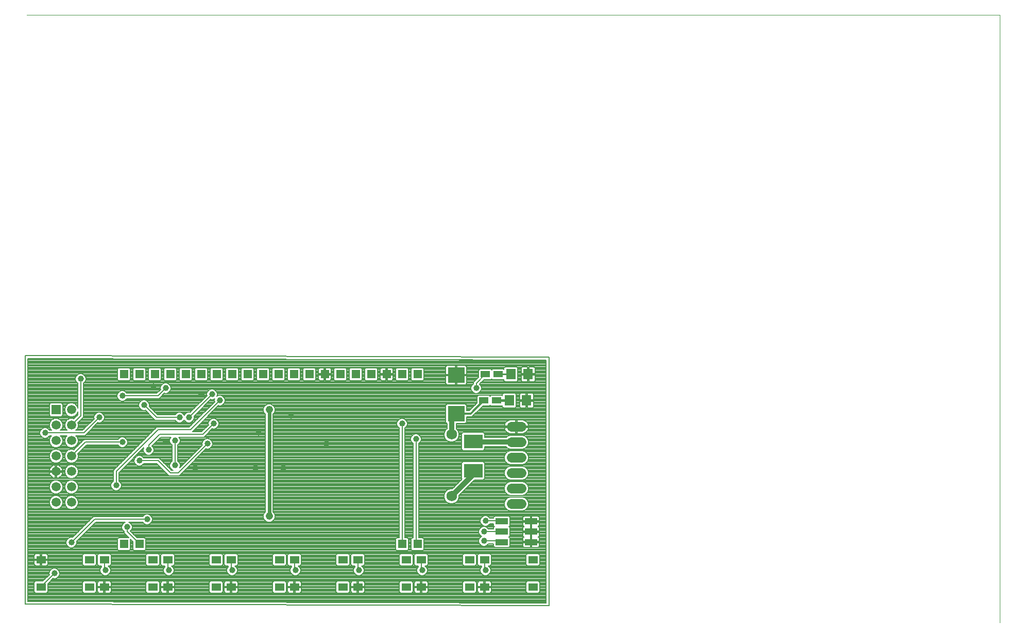
<source format=gtl>
G75*
%MOIN*%
%OFA0B0*%
%FSLAX24Y24*%
%IPPOS*%
%LPD*%
%AMOC8*
5,1,8,0,0,1.08239X$1,22.5*
%
%ADD10C,0.0000*%
%ADD11C,0.0080*%
%ADD12R,0.0560X0.0560*%
%ADD13R,0.0590X0.0590*%
%ADD14C,0.0590*%
%ADD15R,0.0610X0.0512*%
%ADD16R,0.0787X0.0433*%
%ADD17C,0.0640*%
%ADD18R,0.0630X0.0710*%
%ADD19R,0.0591X0.0394*%
%ADD20R,0.1063X0.1004*%
%ADD21C,0.0680*%
%ADD22R,0.1200X0.0900*%
%ADD23C,0.0397*%
%ADD24C,0.0476*%
%ADD25C,0.0240*%
%ADD26C,0.0100*%
%ADD27C,0.0160*%
%ADD28C,0.0320*%
%ADD29C,0.0120*%
D10*
X001343Y039810D02*
X064335Y039810D01*
X064335Y000440D01*
D11*
X035143Y001540D02*
X001243Y001640D01*
X001243Y017740D01*
X035143Y017640D01*
X035143Y001540D01*
X034963Y001721D02*
X001423Y001819D01*
X001423Y015980D01*
X001431Y017559D01*
X034963Y017461D01*
X034963Y001721D01*
X034963Y001775D02*
X016666Y001775D01*
X017263Y002440D02*
X017345Y002358D01*
X018071Y002358D01*
X018153Y002440D01*
X018153Y003068D01*
X018071Y003150D01*
X017345Y003150D01*
X017263Y003068D01*
X017263Y002440D01*
X017263Y002481D02*
X015023Y002481D01*
X015023Y002480D02*
X015023Y002714D01*
X014618Y002714D01*
X014618Y002358D01*
X014902Y002358D01*
X014938Y002368D01*
X014969Y002386D01*
X014996Y002412D01*
X015014Y002444D01*
X015023Y002480D01*
X015023Y002560D02*
X017263Y002560D01*
X017263Y002638D02*
X015023Y002638D01*
X015023Y002794D02*
X014618Y002794D01*
X014538Y002794D01*
X014538Y002714D01*
X014133Y002714D01*
X014133Y002480D01*
X014143Y002444D01*
X014161Y002412D01*
X014187Y002386D01*
X014219Y002368D01*
X014255Y002358D01*
X014538Y002358D01*
X014538Y002714D01*
X014618Y002714D01*
X014618Y002794D01*
X014618Y003150D01*
X014902Y003150D01*
X014938Y003141D01*
X014969Y003122D01*
X014996Y003096D01*
X015014Y003064D01*
X015023Y003029D01*
X015023Y002794D01*
X015023Y002795D02*
X017263Y002795D01*
X017263Y002717D02*
X014618Y002717D01*
X014618Y002795D02*
X014538Y002795D01*
X014538Y002794D02*
X014538Y003150D01*
X014255Y003150D01*
X014219Y003141D01*
X014187Y003122D01*
X014161Y003096D01*
X014143Y003064D01*
X014133Y003029D01*
X014133Y002794D01*
X014538Y002794D01*
X014538Y002717D02*
X014053Y002717D01*
X014053Y002795D02*
X014133Y002795D01*
X014133Y002874D02*
X014053Y002874D01*
X014053Y002952D02*
X014133Y002952D01*
X014134Y003031D02*
X014053Y003031D01*
X014053Y003068D02*
X013971Y003150D01*
X013245Y003150D01*
X013163Y003068D01*
X013163Y002440D01*
X013245Y002358D01*
X013971Y002358D01*
X014053Y002440D01*
X014053Y003068D01*
X014012Y003109D02*
X014174Y003109D01*
X014538Y003109D02*
X014618Y003109D01*
X014618Y003031D02*
X014538Y003031D01*
X014538Y002952D02*
X014618Y002952D01*
X014618Y002874D02*
X014538Y002874D01*
X014538Y002638D02*
X014618Y002638D01*
X014618Y002560D02*
X014538Y002560D01*
X014538Y002481D02*
X014618Y002481D01*
X014618Y002403D02*
X014538Y002403D01*
X014171Y002403D02*
X014016Y002403D01*
X014053Y002481D02*
X014133Y002481D01*
X014133Y002560D02*
X014053Y002560D01*
X014053Y002638D02*
X014133Y002638D01*
X013201Y002403D02*
X010886Y002403D01*
X010896Y002412D02*
X010914Y002444D01*
X010923Y002480D01*
X010923Y002714D01*
X010518Y002714D01*
X010518Y002358D01*
X010802Y002358D01*
X010838Y002368D01*
X010869Y002386D01*
X010896Y002412D01*
X010923Y002481D02*
X013163Y002481D01*
X013163Y002560D02*
X010923Y002560D01*
X010923Y002638D02*
X013163Y002638D01*
X013163Y002717D02*
X010518Y002717D01*
X010518Y002714D02*
X010518Y002794D01*
X010438Y002794D01*
X010438Y002714D01*
X010033Y002714D01*
X010033Y002480D01*
X010043Y002444D01*
X010061Y002412D01*
X010087Y002386D01*
X010119Y002368D01*
X010155Y002358D01*
X010438Y002358D01*
X010438Y002714D01*
X010518Y002714D01*
X010518Y002638D02*
X010438Y002638D01*
X010438Y002560D02*
X010518Y002560D01*
X010518Y002481D02*
X010438Y002481D01*
X010438Y002403D02*
X010518Y002403D01*
X010438Y002717D02*
X009953Y002717D01*
X009953Y002795D02*
X010033Y002795D01*
X010033Y002794D02*
X010438Y002794D01*
X010438Y003150D01*
X010155Y003150D01*
X010119Y003141D01*
X010087Y003122D01*
X010061Y003096D01*
X010043Y003064D01*
X010033Y003029D01*
X010033Y002794D01*
X010033Y002874D02*
X009953Y002874D01*
X009953Y002952D02*
X010033Y002952D01*
X010034Y003031D02*
X009953Y003031D01*
X009953Y003068D02*
X009871Y003150D01*
X009145Y003150D01*
X009063Y003068D01*
X009063Y002440D01*
X009145Y002358D01*
X009871Y002358D01*
X009953Y002440D01*
X009953Y003068D01*
X009912Y003109D02*
X010074Y003109D01*
X010438Y003109D02*
X010518Y003109D01*
X010518Y003150D02*
X010518Y002794D01*
X010923Y002794D01*
X010923Y003029D01*
X010914Y003064D01*
X010896Y003096D01*
X010869Y003122D01*
X010838Y003141D01*
X010802Y003150D01*
X010518Y003150D01*
X010518Y003031D02*
X010438Y003031D01*
X010438Y002952D02*
X010518Y002952D01*
X010518Y002874D02*
X010438Y002874D01*
X010438Y002795D02*
X010518Y002795D01*
X010923Y002795D02*
X013163Y002795D01*
X013163Y002874D02*
X010923Y002874D01*
X010923Y002952D02*
X013163Y002952D01*
X013163Y003031D02*
X010923Y003031D01*
X010883Y003109D02*
X013204Y003109D01*
X014356Y003648D02*
X014452Y003553D01*
X014576Y003502D01*
X014711Y003502D01*
X014835Y003553D01*
X014930Y003648D01*
X014982Y003773D01*
X014982Y003907D01*
X014930Y004032D01*
X014835Y004127D01*
X014828Y004130D01*
X014941Y004130D01*
X015023Y004212D01*
X015023Y004840D01*
X014941Y004922D01*
X014215Y004922D01*
X014133Y004840D01*
X014133Y004212D01*
X014215Y004130D01*
X014398Y004130D01*
X014398Y004074D01*
X014356Y004032D01*
X014305Y003907D01*
X014305Y003773D01*
X014356Y003648D01*
X014352Y003659D02*
X010834Y003659D01*
X010830Y003648D02*
X010882Y003773D01*
X010882Y003907D01*
X010830Y004032D01*
X010735Y004127D01*
X010728Y004130D01*
X010841Y004130D01*
X010923Y004212D01*
X010923Y004840D01*
X010841Y004922D01*
X010115Y004922D01*
X010033Y004840D01*
X010033Y004212D01*
X010115Y004130D01*
X010298Y004130D01*
X010298Y004074D01*
X010256Y004032D01*
X010205Y003907D01*
X010205Y003773D01*
X010256Y003648D01*
X010352Y003553D01*
X010476Y003502D01*
X010611Y003502D01*
X010735Y003553D01*
X010830Y003648D01*
X010762Y003580D02*
X014425Y003580D01*
X014320Y003737D02*
X010867Y003737D01*
X010882Y003816D02*
X014305Y003816D01*
X014305Y003894D02*
X010882Y003894D01*
X010855Y003973D02*
X014332Y003973D01*
X014376Y004051D02*
X010811Y004051D01*
X010729Y004130D02*
X014398Y004130D01*
X014137Y004208D02*
X014049Y004208D01*
X014053Y004212D02*
X014053Y004840D01*
X013971Y004922D01*
X013245Y004922D01*
X013163Y004840D01*
X013163Y004212D01*
X013245Y004130D01*
X013971Y004130D01*
X014053Y004212D01*
X014053Y004287D02*
X014133Y004287D01*
X014133Y004365D02*
X014053Y004365D01*
X014053Y004444D02*
X014133Y004444D01*
X014133Y004522D02*
X014053Y004522D01*
X014053Y004601D02*
X014133Y004601D01*
X014133Y004679D02*
X014053Y004679D01*
X014053Y004758D02*
X014133Y004758D01*
X014133Y004836D02*
X014053Y004836D01*
X013979Y004915D02*
X014208Y004915D01*
X014578Y004526D02*
X014578Y003905D01*
X014643Y003840D01*
X014955Y003973D02*
X018432Y003973D01*
X018456Y004032D02*
X018405Y003907D01*
X018405Y003773D01*
X018456Y003648D01*
X018552Y003553D01*
X018676Y003502D01*
X018811Y003502D01*
X018935Y003553D01*
X019030Y003648D01*
X019082Y003773D01*
X019082Y003907D01*
X019030Y004032D01*
X018935Y004127D01*
X018928Y004130D01*
X019041Y004130D01*
X019123Y004212D01*
X019123Y004840D01*
X019041Y004922D01*
X018315Y004922D01*
X018233Y004840D01*
X018233Y004212D01*
X018315Y004130D01*
X018498Y004130D01*
X018498Y004074D01*
X018456Y004032D01*
X018476Y004051D02*
X014911Y004051D01*
X014829Y004130D02*
X018498Y004130D01*
X018405Y003894D02*
X014982Y003894D01*
X014982Y003816D02*
X018405Y003816D01*
X018420Y003737D02*
X014967Y003737D01*
X014934Y003659D02*
X018452Y003659D01*
X018525Y003580D02*
X014862Y003580D01*
X014983Y003109D02*
X017304Y003109D01*
X017263Y003031D02*
X015023Y003031D01*
X015023Y002952D02*
X017263Y002952D01*
X017263Y002874D02*
X015023Y002874D01*
X014986Y002403D02*
X017301Y002403D01*
X018116Y002403D02*
X018271Y002403D01*
X018261Y002412D02*
X018287Y002386D01*
X018319Y002368D01*
X018355Y002358D01*
X018638Y002358D01*
X018638Y002714D01*
X018233Y002714D01*
X018233Y002480D01*
X018243Y002444D01*
X018261Y002412D01*
X018233Y002481D02*
X018153Y002481D01*
X018153Y002560D02*
X018233Y002560D01*
X018233Y002638D02*
X018153Y002638D01*
X018153Y002717D02*
X018638Y002717D01*
X018638Y002714D02*
X018638Y002794D01*
X018233Y002794D01*
X018233Y003029D01*
X018243Y003064D01*
X018261Y003096D01*
X018287Y003122D01*
X018319Y003141D01*
X018355Y003150D01*
X018638Y003150D01*
X018638Y002794D01*
X018718Y002794D01*
X018718Y003150D01*
X019002Y003150D01*
X019038Y003141D01*
X019069Y003122D01*
X019096Y003096D01*
X019114Y003064D01*
X019123Y003029D01*
X019123Y002794D01*
X018718Y002794D01*
X018718Y002714D01*
X018718Y002358D01*
X019002Y002358D01*
X019038Y002368D01*
X019069Y002386D01*
X019096Y002412D01*
X019114Y002444D01*
X019123Y002480D01*
X019123Y002714D01*
X018718Y002714D01*
X018638Y002714D01*
X018638Y002638D02*
X018718Y002638D01*
X018718Y002560D02*
X018638Y002560D01*
X018638Y002481D02*
X018718Y002481D01*
X018718Y002403D02*
X018638Y002403D01*
X018718Y002717D02*
X021363Y002717D01*
X021363Y002795D02*
X019123Y002795D01*
X019123Y002874D02*
X021363Y002874D01*
X021363Y002952D02*
X019123Y002952D01*
X019123Y003031D02*
X021363Y003031D01*
X021363Y003068D02*
X021363Y002440D01*
X021445Y002358D01*
X022171Y002358D01*
X022253Y002440D01*
X022253Y003068D01*
X022171Y003150D01*
X021445Y003150D01*
X021363Y003068D01*
X021404Y003109D02*
X019083Y003109D01*
X018718Y003109D02*
X018638Y003109D01*
X018638Y003031D02*
X018718Y003031D01*
X018718Y002952D02*
X018638Y002952D01*
X018638Y002874D02*
X018718Y002874D01*
X018718Y002795D02*
X018638Y002795D01*
X018233Y002795D02*
X018153Y002795D01*
X018153Y002874D02*
X018233Y002874D01*
X018233Y002952D02*
X018153Y002952D01*
X018153Y003031D02*
X018234Y003031D01*
X018274Y003109D02*
X018112Y003109D01*
X018962Y003580D02*
X022625Y003580D01*
X022652Y003553D02*
X022776Y003502D01*
X022911Y003502D01*
X023035Y003553D01*
X023130Y003648D01*
X023182Y003773D01*
X023182Y003907D01*
X023130Y004032D01*
X023035Y004127D01*
X023028Y004130D01*
X023141Y004130D01*
X023223Y004212D01*
X023223Y004840D01*
X023141Y004922D01*
X022415Y004922D01*
X022333Y004840D01*
X022333Y004212D01*
X022415Y004130D01*
X022598Y004130D01*
X022598Y004074D01*
X022556Y004032D01*
X022505Y003907D01*
X022505Y003773D01*
X022556Y003648D01*
X022652Y003553D01*
X022552Y003659D02*
X019034Y003659D01*
X019067Y003737D02*
X022520Y003737D01*
X022505Y003816D02*
X019082Y003816D01*
X019082Y003894D02*
X022505Y003894D01*
X022532Y003973D02*
X019055Y003973D01*
X019011Y004051D02*
X022576Y004051D01*
X022598Y004130D02*
X018929Y004130D01*
X019120Y004208D02*
X021367Y004208D01*
X021363Y004212D02*
X021445Y004130D01*
X022171Y004130D01*
X022253Y004212D01*
X022253Y004840D01*
X022171Y004922D01*
X021445Y004922D01*
X021363Y004840D01*
X021363Y004212D01*
X021363Y004287D02*
X019123Y004287D01*
X019123Y004365D02*
X021363Y004365D01*
X021363Y004444D02*
X019123Y004444D01*
X019123Y004522D02*
X021363Y004522D01*
X021363Y004601D02*
X019123Y004601D01*
X019123Y004679D02*
X021363Y004679D01*
X021363Y004758D02*
X019123Y004758D01*
X019123Y004836D02*
X021363Y004836D01*
X021438Y004915D02*
X019049Y004915D01*
X018678Y004526D02*
X018678Y003905D01*
X018743Y003840D01*
X018237Y004208D02*
X018149Y004208D01*
X018153Y004212D02*
X018153Y004840D01*
X018071Y004922D01*
X017345Y004922D01*
X017263Y004840D01*
X017263Y004212D01*
X017345Y004130D01*
X018071Y004130D01*
X018153Y004212D01*
X018153Y004287D02*
X018233Y004287D01*
X018233Y004365D02*
X018153Y004365D01*
X018153Y004444D02*
X018233Y004444D01*
X018233Y004522D02*
X018153Y004522D01*
X018153Y004601D02*
X018233Y004601D01*
X018233Y004679D02*
X018153Y004679D01*
X018153Y004758D02*
X018233Y004758D01*
X018233Y004836D02*
X018153Y004836D01*
X018079Y004915D02*
X018308Y004915D01*
X017338Y004915D02*
X014949Y004915D01*
X015023Y004836D02*
X017263Y004836D01*
X017263Y004758D02*
X015023Y004758D01*
X015023Y004679D02*
X017263Y004679D01*
X017263Y004601D02*
X015023Y004601D01*
X015023Y004522D02*
X017263Y004522D01*
X017263Y004444D02*
X015023Y004444D01*
X015023Y004365D02*
X017263Y004365D01*
X017263Y004287D02*
X015023Y004287D01*
X015020Y004208D02*
X017267Y004208D01*
X019123Y002638D02*
X021363Y002638D01*
X021363Y002560D02*
X019123Y002560D01*
X019123Y002481D02*
X021363Y002481D01*
X021401Y002403D02*
X019086Y002403D01*
X022216Y002403D02*
X022371Y002403D01*
X022361Y002412D02*
X022387Y002386D01*
X022419Y002368D01*
X022455Y002358D01*
X022738Y002358D01*
X022738Y002714D01*
X022333Y002714D01*
X022333Y002480D01*
X022343Y002444D01*
X022361Y002412D01*
X022333Y002481D02*
X022253Y002481D01*
X022253Y002560D02*
X022333Y002560D01*
X022333Y002638D02*
X022253Y002638D01*
X022253Y002717D02*
X022738Y002717D01*
X022738Y002714D02*
X022738Y002794D01*
X022333Y002794D01*
X022333Y003029D01*
X022343Y003064D01*
X022361Y003096D01*
X022387Y003122D01*
X022419Y003141D01*
X022455Y003150D01*
X022738Y003150D01*
X022738Y002794D01*
X022818Y002794D01*
X022818Y003150D01*
X023102Y003150D01*
X023138Y003141D01*
X023169Y003122D01*
X023196Y003096D01*
X023214Y003064D01*
X023223Y003029D01*
X023223Y002794D01*
X022818Y002794D01*
X022818Y002714D01*
X022818Y002358D01*
X023102Y002358D01*
X023138Y002368D01*
X023169Y002386D01*
X023196Y002412D01*
X023214Y002444D01*
X023223Y002480D01*
X023223Y002714D01*
X022818Y002714D01*
X022738Y002714D01*
X022738Y002638D02*
X022818Y002638D01*
X022818Y002560D02*
X022738Y002560D01*
X022738Y002481D02*
X022818Y002481D01*
X022818Y002403D02*
X022738Y002403D01*
X022818Y002717D02*
X025463Y002717D01*
X025463Y002795D02*
X023223Y002795D01*
X023223Y002874D02*
X025463Y002874D01*
X025463Y002952D02*
X023223Y002952D01*
X023223Y003031D02*
X025463Y003031D01*
X025463Y003068D02*
X025463Y002440D01*
X025545Y002358D01*
X026271Y002358D01*
X026353Y002440D01*
X026353Y003068D01*
X026271Y003150D01*
X025545Y003150D01*
X025463Y003068D01*
X025504Y003109D02*
X023183Y003109D01*
X022818Y003109D02*
X022738Y003109D01*
X022738Y003031D02*
X022818Y003031D01*
X022818Y002952D02*
X022738Y002952D01*
X022738Y002874D02*
X022818Y002874D01*
X022818Y002795D02*
X022738Y002795D01*
X022333Y002795D02*
X022253Y002795D01*
X022253Y002874D02*
X022333Y002874D01*
X022333Y002952D02*
X022253Y002952D01*
X022253Y003031D02*
X022334Y003031D01*
X022374Y003109D02*
X022212Y003109D01*
X023062Y003580D02*
X026725Y003580D01*
X026752Y003553D02*
X026876Y003502D01*
X027011Y003502D01*
X027135Y003553D01*
X027230Y003648D01*
X027282Y003773D01*
X027282Y003907D01*
X027230Y004032D01*
X027135Y004127D01*
X027128Y004130D01*
X027241Y004130D01*
X027323Y004212D01*
X027323Y004840D01*
X027241Y004922D01*
X026515Y004922D01*
X026433Y004840D01*
X026433Y004212D01*
X026515Y004130D01*
X026698Y004130D01*
X026698Y004074D01*
X026656Y004032D01*
X026605Y003907D01*
X026605Y003773D01*
X026656Y003648D01*
X026752Y003553D01*
X026652Y003659D02*
X023134Y003659D01*
X023167Y003737D02*
X026620Y003737D01*
X026605Y003816D02*
X023182Y003816D01*
X023182Y003894D02*
X026605Y003894D01*
X026632Y003973D02*
X023155Y003973D01*
X023111Y004051D02*
X026676Y004051D01*
X026698Y004130D02*
X023029Y004130D01*
X023220Y004208D02*
X025467Y004208D01*
X025463Y004212D02*
X025545Y004130D01*
X026271Y004130D01*
X026353Y004212D01*
X026353Y004840D01*
X026271Y004922D01*
X025545Y004922D01*
X025463Y004840D01*
X025463Y004212D01*
X025463Y004287D02*
X023223Y004287D01*
X023223Y004365D02*
X025463Y004365D01*
X025463Y004444D02*
X023223Y004444D01*
X023223Y004522D02*
X025463Y004522D01*
X025463Y004601D02*
X023223Y004601D01*
X023223Y004679D02*
X025463Y004679D01*
X025463Y004758D02*
X023223Y004758D01*
X023223Y004836D02*
X025463Y004836D01*
X025538Y004915D02*
X023149Y004915D01*
X022778Y004526D02*
X022778Y003905D01*
X022843Y003840D01*
X022337Y004208D02*
X022249Y004208D01*
X022253Y004287D02*
X022333Y004287D01*
X022333Y004365D02*
X022253Y004365D01*
X022253Y004444D02*
X022333Y004444D01*
X022333Y004522D02*
X022253Y004522D01*
X022253Y004601D02*
X022333Y004601D01*
X022333Y004679D02*
X022253Y004679D01*
X022253Y004758D02*
X022333Y004758D01*
X022333Y004836D02*
X022253Y004836D01*
X022179Y004915D02*
X022408Y004915D01*
X025223Y005202D02*
X025305Y005120D01*
X025981Y005120D01*
X026063Y005202D01*
X026063Y005878D01*
X025981Y005960D01*
X025823Y005960D01*
X025823Y013048D01*
X025835Y013053D01*
X025930Y013148D01*
X025982Y013273D01*
X025982Y013407D01*
X025930Y013532D01*
X025835Y013627D01*
X025711Y013678D01*
X025576Y013678D01*
X025452Y013627D01*
X025356Y013532D01*
X025305Y013407D01*
X025305Y013273D01*
X025356Y013148D01*
X025452Y013053D01*
X025463Y013048D01*
X025463Y005960D01*
X025305Y005960D01*
X025223Y005878D01*
X025223Y005202D01*
X025223Y005229D02*
X009063Y005229D01*
X009063Y005202D02*
X009063Y005878D01*
X008981Y005960D01*
X008478Y005960D01*
X008060Y006378D01*
X008130Y006448D01*
X008182Y006573D01*
X008182Y006707D01*
X008130Y006832D01*
X008035Y006927D01*
X007955Y006960D01*
X008852Y006960D01*
X008856Y006948D01*
X008952Y006853D01*
X009076Y006802D01*
X009211Y006802D01*
X009335Y006853D01*
X009430Y006948D01*
X009482Y007073D01*
X009482Y007207D01*
X009430Y007332D01*
X009335Y007427D01*
X009211Y007478D01*
X009076Y007478D01*
X008952Y007427D01*
X008856Y007332D01*
X008852Y007320D01*
X005669Y007320D01*
X004322Y005974D01*
X004311Y005978D01*
X004176Y005978D01*
X004052Y005927D01*
X003956Y005832D01*
X003905Y005707D01*
X003905Y005573D01*
X003956Y005448D01*
X004052Y005353D01*
X004176Y005302D01*
X004311Y005302D01*
X004435Y005353D01*
X004530Y005448D01*
X004582Y005573D01*
X004582Y005707D01*
X004577Y005719D01*
X005818Y006960D01*
X007732Y006960D01*
X007652Y006927D01*
X007556Y006832D01*
X007505Y006707D01*
X007505Y006573D01*
X007556Y006448D01*
X007652Y006353D01*
X007663Y006348D01*
X007663Y006265D01*
X007969Y005960D01*
X007305Y005960D01*
X007223Y005878D01*
X007223Y005202D01*
X007305Y005120D01*
X007981Y005120D01*
X008063Y005202D01*
X008063Y005865D01*
X008223Y005705D01*
X008223Y005202D01*
X008305Y005120D01*
X008981Y005120D01*
X009063Y005202D01*
X009011Y005150D02*
X025275Y005150D01*
X025223Y005307D02*
X009063Y005307D01*
X009063Y005386D02*
X025223Y005386D01*
X025223Y005464D02*
X009063Y005464D01*
X009063Y005543D02*
X025223Y005543D01*
X025223Y005621D02*
X009063Y005621D01*
X009063Y005700D02*
X025223Y005700D01*
X025223Y005778D02*
X009063Y005778D01*
X009063Y005857D02*
X025223Y005857D01*
X025280Y005935D02*
X009006Y005935D01*
X008643Y005540D02*
X007843Y006340D01*
X007843Y006640D01*
X007505Y006642D02*
X005499Y006642D01*
X005578Y006720D02*
X007510Y006720D01*
X007543Y006799D02*
X005656Y006799D01*
X005735Y006877D02*
X007602Y006877D01*
X007721Y006956D02*
X005813Y006956D01*
X005743Y007140D02*
X004243Y005640D01*
X003934Y005778D02*
X001423Y005778D01*
X001423Y005700D02*
X003905Y005700D01*
X003905Y005621D02*
X001423Y005621D01*
X001423Y005543D02*
X003917Y005543D01*
X003950Y005464D02*
X001423Y005464D01*
X001423Y005386D02*
X004019Y005386D01*
X004163Y005307D02*
X001423Y005307D01*
X001423Y005229D02*
X007223Y005229D01*
X007223Y005307D02*
X004324Y005307D01*
X004467Y005386D02*
X007223Y005386D01*
X007223Y005464D02*
X004537Y005464D01*
X004569Y005543D02*
X007223Y005543D01*
X007223Y005621D02*
X004582Y005621D01*
X004582Y005700D02*
X007223Y005700D01*
X007223Y005778D02*
X004636Y005778D01*
X004714Y005857D02*
X007223Y005857D01*
X007280Y005935D02*
X004793Y005935D01*
X004871Y006014D02*
X007915Y006014D01*
X007837Y006092D02*
X004950Y006092D01*
X005028Y006171D02*
X007758Y006171D01*
X007680Y006249D02*
X005107Y006249D01*
X005185Y006328D02*
X007663Y006328D01*
X007599Y006406D02*
X005264Y006406D01*
X005342Y006485D02*
X007541Y006485D01*
X007509Y006563D02*
X005421Y006563D01*
X005147Y006799D02*
X001423Y006799D01*
X001423Y006877D02*
X005226Y006877D01*
X005304Y006956D02*
X001423Y006956D01*
X001423Y007034D02*
X005383Y007034D01*
X005461Y007113D02*
X001423Y007113D01*
X001423Y007191D02*
X005540Y007191D01*
X005618Y007270D02*
X001423Y007270D01*
X001423Y007348D02*
X008873Y007348D01*
X008951Y007427D02*
X001423Y007427D01*
X001423Y007505D02*
X016703Y007505D01*
X016723Y007554D02*
X016666Y007415D01*
X016666Y007265D01*
X016723Y007126D01*
X016829Y007020D01*
X016968Y006962D01*
X017118Y006962D01*
X017257Y007020D01*
X017364Y007126D01*
X017421Y007265D01*
X017421Y007415D01*
X017364Y007554D01*
X017303Y007614D01*
X017303Y013966D01*
X017364Y014026D01*
X017421Y014165D01*
X017421Y014315D01*
X017364Y014454D01*
X017257Y014560D01*
X017118Y014618D01*
X016968Y014618D01*
X016829Y014560D01*
X016723Y014454D01*
X016666Y014315D01*
X016666Y014165D01*
X016723Y014026D01*
X016783Y013966D01*
X016783Y007614D01*
X016723Y007554D01*
X016753Y007584D02*
X001423Y007584D01*
X001423Y007662D02*
X016783Y007662D01*
X016783Y007741D02*
X001423Y007741D01*
X001423Y007819D02*
X003123Y007819D01*
X003157Y007805D02*
X003330Y007805D01*
X003490Y007871D01*
X003612Y007994D01*
X003678Y008153D01*
X003678Y008327D01*
X003612Y008486D01*
X003490Y008609D01*
X003330Y008675D01*
X003157Y008675D01*
X002997Y008609D01*
X002875Y008486D01*
X002808Y008327D01*
X002808Y008153D01*
X002875Y007994D01*
X002997Y007871D01*
X003157Y007805D01*
X003364Y007819D02*
X004123Y007819D01*
X004157Y007805D02*
X004330Y007805D01*
X004490Y007871D01*
X004612Y007994D01*
X004678Y008153D01*
X004678Y008327D01*
X004612Y008486D01*
X004490Y008609D01*
X004330Y008675D01*
X004157Y008675D01*
X003997Y008609D01*
X003875Y008486D01*
X003808Y008327D01*
X003808Y008153D01*
X003875Y007994D01*
X003997Y007871D01*
X004157Y007805D01*
X004364Y007819D02*
X016783Y007819D01*
X016783Y007898D02*
X004516Y007898D01*
X004595Y007976D02*
X016783Y007976D01*
X016783Y008055D02*
X004637Y008055D01*
X004670Y008133D02*
X016783Y008133D01*
X016783Y008212D02*
X004678Y008212D01*
X004678Y008290D02*
X016783Y008290D01*
X016783Y008369D02*
X004661Y008369D01*
X004628Y008447D02*
X016783Y008447D01*
X016783Y008526D02*
X004573Y008526D01*
X004494Y008604D02*
X016783Y008604D01*
X016783Y008683D02*
X001423Y008683D01*
X001423Y008761D02*
X016783Y008761D01*
X016783Y008840D02*
X004413Y008840D01*
X004490Y008871D02*
X004612Y008994D01*
X004678Y009153D01*
X004678Y009327D01*
X004612Y009486D01*
X004490Y009609D01*
X004330Y009675D01*
X004157Y009675D01*
X003997Y009609D01*
X003875Y009486D01*
X003808Y009327D01*
X003808Y009153D01*
X003875Y008994D01*
X003997Y008871D01*
X004157Y008805D01*
X004330Y008805D01*
X004490Y008871D01*
X004537Y008918D02*
X016783Y008918D01*
X016783Y008997D02*
X004613Y008997D01*
X004646Y009075D02*
X006930Y009075D01*
X006952Y009053D02*
X007076Y009002D01*
X007211Y009002D01*
X007335Y009053D01*
X007430Y009148D01*
X007482Y009273D01*
X007482Y009407D01*
X007430Y009532D01*
X007335Y009627D01*
X007323Y009632D01*
X007323Y010165D01*
X008933Y011775D01*
X008905Y011707D01*
X008905Y011573D01*
X008956Y011448D01*
X009052Y011353D01*
X009176Y011302D01*
X009311Y011302D01*
X009435Y011353D01*
X009530Y011448D01*
X009582Y011573D01*
X009582Y011707D01*
X009530Y011832D01*
X009460Y011902D01*
X010018Y012460D01*
X010685Y012460D01*
X010656Y012432D01*
X010605Y012307D01*
X010605Y012173D01*
X010656Y012048D01*
X010752Y011953D01*
X010763Y011948D01*
X010763Y010932D01*
X010752Y010927D01*
X010656Y010832D01*
X010605Y010707D01*
X010605Y010573D01*
X010656Y010448D01*
X010752Y010353D01*
X010832Y010320D01*
X010718Y010320D01*
X009918Y011120D01*
X008935Y011120D01*
X008930Y011132D01*
X008835Y011227D01*
X008711Y011278D01*
X008576Y011278D01*
X008452Y011227D01*
X008356Y011132D01*
X008305Y011007D01*
X008305Y010873D01*
X008356Y010748D01*
X008452Y010653D01*
X008576Y010602D01*
X008711Y010602D01*
X008835Y010653D01*
X008930Y010748D01*
X008935Y010760D01*
X009769Y010760D01*
X010463Y010065D01*
X010569Y009960D01*
X011218Y009960D01*
X012964Y011706D01*
X012976Y011702D01*
X013111Y011702D01*
X013235Y011753D01*
X013330Y011848D01*
X013382Y011973D01*
X013382Y012107D01*
X013330Y012232D01*
X013235Y012327D01*
X013111Y012378D01*
X012976Y012378D01*
X012852Y012327D01*
X012756Y012232D01*
X012705Y012107D01*
X012705Y011973D01*
X012710Y011961D01*
X011254Y010505D01*
X011282Y010573D01*
X011282Y010707D01*
X011230Y010832D01*
X011135Y010927D01*
X011123Y010932D01*
X011123Y011948D01*
X011135Y011953D01*
X011230Y012048D01*
X011282Y012173D01*
X011282Y012307D01*
X011230Y012432D01*
X011202Y012460D01*
X012818Y012460D01*
X013364Y013006D01*
X013376Y013002D01*
X013511Y013002D01*
X013635Y013053D01*
X013730Y013148D01*
X013782Y013273D01*
X013782Y013407D01*
X013730Y013532D01*
X013635Y013627D01*
X013511Y013678D01*
X013376Y013678D01*
X013252Y013627D01*
X013156Y013532D01*
X013105Y013407D01*
X013105Y013273D01*
X013110Y013261D01*
X012669Y012820D01*
X012078Y012820D01*
X013764Y014506D01*
X013776Y014502D01*
X013911Y014502D01*
X014035Y014553D01*
X014130Y014648D01*
X014182Y014773D01*
X014182Y014907D01*
X014130Y015032D01*
X014035Y015127D01*
X013911Y015178D01*
X013776Y015178D01*
X013665Y015132D01*
X013682Y015173D01*
X013682Y015307D01*
X013630Y015432D01*
X013535Y015527D01*
X013411Y015578D01*
X013276Y015578D01*
X013152Y015527D01*
X013056Y015432D01*
X013005Y015307D01*
X013005Y015173D01*
X013010Y015161D01*
X011922Y014074D01*
X011911Y014078D01*
X011776Y014078D01*
X011652Y014027D01*
X011556Y013932D01*
X011543Y013900D01*
X011530Y013932D01*
X011435Y014027D01*
X011311Y014078D01*
X011176Y014078D01*
X011052Y014027D01*
X010956Y013932D01*
X010952Y013920D01*
X009818Y013920D01*
X009277Y014461D01*
X009282Y014473D01*
X009282Y014607D01*
X009230Y014732D01*
X009135Y014827D01*
X009011Y014878D01*
X008876Y014878D01*
X008752Y014827D01*
X008656Y014732D01*
X008605Y014607D01*
X008605Y014473D01*
X008656Y014348D01*
X008752Y014253D01*
X008876Y014202D01*
X009011Y014202D01*
X009022Y014206D01*
X009669Y013560D01*
X010952Y013560D01*
X010956Y013548D01*
X011052Y013453D01*
X011176Y013402D01*
X011311Y013402D01*
X011435Y013453D01*
X011530Y013548D01*
X011543Y013580D01*
X011556Y013548D01*
X011652Y013453D01*
X011776Y013402D01*
X011911Y013402D01*
X012035Y013453D01*
X012130Y013548D01*
X012182Y013673D01*
X012182Y013807D01*
X012177Y013819D01*
X013264Y014906D01*
X013276Y014902D01*
X013411Y014902D01*
X013522Y014948D01*
X013505Y014907D01*
X013505Y014773D01*
X013510Y014761D01*
X011869Y013120D01*
X009769Y013120D01*
X009663Y013015D01*
X006963Y010315D01*
X006963Y009632D01*
X006952Y009627D01*
X006856Y009532D01*
X006805Y009407D01*
X006805Y009273D01*
X006856Y009148D01*
X006952Y009053D01*
X006854Y009154D02*
X004678Y009154D01*
X004678Y009232D02*
X006822Y009232D01*
X006805Y009311D02*
X004678Y009311D01*
X004652Y009389D02*
X006805Y009389D01*
X006830Y009468D02*
X004620Y009468D01*
X004552Y009546D02*
X006871Y009546D01*
X006949Y009625D02*
X004452Y009625D01*
X004330Y009805D02*
X004490Y009871D01*
X004612Y009994D01*
X004678Y010153D01*
X004678Y010327D01*
X004612Y010486D01*
X004490Y010609D01*
X004330Y010675D01*
X004157Y010675D01*
X003997Y010609D01*
X003875Y010486D01*
X003808Y010327D01*
X003808Y010153D01*
X003875Y009994D01*
X003997Y009871D01*
X004157Y009805D01*
X004330Y009805D01*
X004463Y009860D02*
X006963Y009860D01*
X006963Y009782D02*
X001423Y009782D01*
X001423Y009860D02*
X003031Y009860D01*
X003015Y009868D02*
X003076Y009837D01*
X003141Y009816D01*
X003203Y009806D01*
X003203Y010200D01*
X002809Y010200D01*
X002819Y010138D01*
X002840Y010073D01*
X002871Y010012D01*
X002912Y009957D01*
X002960Y009908D01*
X003015Y009868D01*
X002930Y009939D02*
X001423Y009939D01*
X001423Y010017D02*
X002869Y010017D01*
X002833Y010096D02*
X001423Y010096D01*
X001423Y010174D02*
X002813Y010174D01*
X002809Y010280D02*
X003203Y010280D01*
X003203Y010200D01*
X003283Y010200D01*
X003283Y009806D01*
X003345Y009816D01*
X003410Y009837D01*
X003471Y009868D01*
X003527Y009908D01*
X003575Y009957D01*
X003615Y010012D01*
X003646Y010073D01*
X003668Y010138D01*
X003677Y010200D01*
X003283Y010200D01*
X003283Y010280D01*
X003203Y010280D01*
X003203Y010674D01*
X003141Y010664D01*
X003076Y010643D01*
X003015Y010612D01*
X002960Y010572D01*
X002912Y010523D01*
X002871Y010468D01*
X002840Y010407D01*
X002819Y010342D01*
X002809Y010280D01*
X002817Y010331D02*
X001423Y010331D01*
X001423Y010253D02*
X003203Y010253D01*
X003203Y010331D02*
X003283Y010331D01*
X003283Y010280D02*
X003283Y010674D01*
X003345Y010664D01*
X003410Y010643D01*
X003471Y010612D01*
X003527Y010572D01*
X003575Y010523D01*
X003615Y010468D01*
X003646Y010407D01*
X003668Y010342D01*
X003677Y010280D01*
X003283Y010280D01*
X003283Y010253D02*
X003808Y010253D01*
X003810Y010331D02*
X003669Y010331D01*
X003645Y010410D02*
X003843Y010410D01*
X003876Y010488D02*
X003601Y010488D01*
X003532Y010567D02*
X003955Y010567D01*
X004084Y010645D02*
X003404Y010645D01*
X003283Y010645D02*
X003203Y010645D01*
X003203Y010567D02*
X003283Y010567D01*
X003283Y010488D02*
X003203Y010488D01*
X003203Y010410D02*
X003283Y010410D01*
X003283Y010174D02*
X003203Y010174D01*
X003203Y010096D02*
X003283Y010096D01*
X003283Y010017D02*
X003203Y010017D01*
X003203Y009939D02*
X003283Y009939D01*
X003283Y009860D02*
X003203Y009860D01*
X003157Y009675D02*
X002997Y009609D01*
X002875Y009486D01*
X002808Y009327D01*
X002808Y009153D01*
X002875Y008994D01*
X002997Y008871D01*
X003157Y008805D01*
X003330Y008805D01*
X003490Y008871D01*
X003612Y008994D01*
X003678Y009153D01*
X003678Y009327D01*
X003612Y009486D01*
X003490Y009609D01*
X003330Y009675D01*
X003157Y009675D01*
X003035Y009625D02*
X001423Y009625D01*
X001423Y009703D02*
X006963Y009703D01*
X006963Y009939D02*
X004557Y009939D01*
X004622Y010017D02*
X006963Y010017D01*
X006963Y010096D02*
X004654Y010096D01*
X004678Y010174D02*
X006963Y010174D01*
X006963Y010253D02*
X004678Y010253D01*
X004676Y010331D02*
X006980Y010331D01*
X007058Y010410D02*
X004644Y010410D01*
X004610Y010488D02*
X007137Y010488D01*
X007215Y010567D02*
X004532Y010567D01*
X004402Y010645D02*
X007294Y010645D01*
X007372Y010724D02*
X001423Y010724D01*
X001423Y010802D02*
X007451Y010802D01*
X007529Y010881D02*
X004499Y010881D01*
X004490Y010871D02*
X004612Y010994D01*
X004678Y011153D01*
X004678Y011327D01*
X004651Y011393D01*
X005218Y011960D01*
X007252Y011960D01*
X007256Y011948D01*
X007352Y011853D01*
X007476Y011802D01*
X007611Y011802D01*
X007735Y011853D01*
X007830Y011948D01*
X007882Y012073D01*
X007882Y012207D01*
X007830Y012332D01*
X007735Y012427D01*
X007611Y012478D01*
X007476Y012478D01*
X007352Y012427D01*
X007256Y012332D01*
X007252Y012320D01*
X005069Y012320D01*
X004396Y011647D01*
X004330Y011675D01*
X004157Y011675D01*
X003997Y011609D01*
X003875Y011486D01*
X003808Y011327D01*
X003808Y011153D01*
X003875Y010994D01*
X003997Y010871D01*
X004157Y010805D01*
X004330Y010805D01*
X004490Y010871D01*
X004578Y010959D02*
X007608Y010959D01*
X007686Y011038D02*
X004630Y011038D01*
X004663Y011116D02*
X007765Y011116D01*
X007843Y011195D02*
X004678Y011195D01*
X004678Y011273D02*
X007922Y011273D01*
X008000Y011352D02*
X004668Y011352D01*
X004688Y011430D02*
X008079Y011430D01*
X008157Y011509D02*
X004766Y011509D01*
X004845Y011587D02*
X008236Y011587D01*
X008314Y011666D02*
X004923Y011666D01*
X005002Y011744D02*
X008393Y011744D01*
X008471Y011823D02*
X007661Y011823D01*
X007783Y011901D02*
X008550Y011901D01*
X008628Y011980D02*
X007843Y011980D01*
X007876Y012058D02*
X008707Y012058D01*
X008785Y012137D02*
X007882Y012137D01*
X007879Y012215D02*
X008864Y012215D01*
X008942Y012294D02*
X007846Y012294D01*
X007790Y012372D02*
X009021Y012372D01*
X009099Y012451D02*
X007678Y012451D01*
X007409Y012451D02*
X004627Y012451D01*
X004612Y012486D02*
X004539Y012560D01*
X005118Y012560D01*
X005964Y013406D01*
X005976Y013402D01*
X006111Y013402D01*
X006235Y013453D01*
X006330Y013548D01*
X006382Y013673D01*
X006382Y013807D01*
X006330Y013932D01*
X006235Y014027D01*
X006111Y014078D01*
X005976Y014078D01*
X005852Y014027D01*
X005756Y013932D01*
X005705Y013807D01*
X005705Y013673D01*
X005710Y013661D01*
X004969Y012920D01*
X004539Y012920D01*
X004612Y012994D01*
X004678Y013153D01*
X004678Y013327D01*
X004651Y013393D01*
X004918Y013660D01*
X005023Y013765D01*
X005023Y015948D01*
X005035Y015953D01*
X005130Y016048D01*
X005182Y016173D01*
X005182Y016307D01*
X005130Y016432D01*
X005035Y016527D01*
X004911Y016578D01*
X004776Y016578D01*
X004652Y016527D01*
X004556Y016432D01*
X004505Y016307D01*
X004505Y016173D01*
X004556Y016048D01*
X004652Y015953D01*
X004663Y015948D01*
X004663Y014363D01*
X004612Y014486D01*
X004490Y014609D01*
X004330Y014675D01*
X004157Y014675D01*
X003997Y014609D01*
X003875Y014486D01*
X003808Y014327D01*
X003808Y014153D01*
X003875Y013994D01*
X003997Y013871D01*
X004157Y013805D01*
X004330Y013805D01*
X004490Y013871D01*
X004612Y013994D01*
X004663Y014117D01*
X004663Y013915D01*
X004396Y013647D01*
X004330Y013675D01*
X004157Y013675D01*
X003997Y013609D01*
X003875Y013486D01*
X003808Y013327D01*
X003808Y013153D01*
X003875Y012994D01*
X003948Y012920D01*
X003539Y012920D01*
X003612Y012994D01*
X003678Y013153D01*
X003678Y013327D01*
X003612Y013486D01*
X003490Y013609D01*
X003330Y013675D01*
X003157Y013675D01*
X002997Y013609D01*
X002875Y013486D01*
X002808Y013327D01*
X002808Y013153D01*
X002875Y012994D01*
X002948Y012920D01*
X002835Y012920D01*
X002830Y012932D01*
X002735Y013027D01*
X002611Y013078D01*
X002476Y013078D01*
X002352Y013027D01*
X002256Y012932D01*
X002205Y012807D01*
X002205Y012673D01*
X002256Y012548D01*
X002352Y012453D01*
X002476Y012402D01*
X002611Y012402D01*
X002735Y012453D01*
X002830Y012548D01*
X002835Y012560D01*
X002948Y012560D01*
X002875Y012486D01*
X002808Y012327D01*
X002808Y012153D01*
X002875Y011994D01*
X002997Y011871D01*
X003157Y011805D01*
X003330Y011805D01*
X003490Y011871D01*
X003612Y011994D01*
X003678Y012153D01*
X003678Y012327D01*
X003612Y012486D01*
X003539Y012560D01*
X003948Y012560D01*
X003875Y012486D01*
X003808Y012327D01*
X003808Y012153D01*
X003875Y011994D01*
X003997Y011871D01*
X004157Y011805D01*
X004330Y011805D01*
X004490Y011871D01*
X004612Y011994D01*
X004678Y012153D01*
X004678Y012327D01*
X004612Y012486D01*
X004569Y012529D02*
X009178Y012529D01*
X009256Y012608D02*
X005165Y012608D01*
X005244Y012686D02*
X009335Y012686D01*
X009413Y012765D02*
X005322Y012765D01*
X005401Y012843D02*
X009492Y012843D01*
X009570Y012922D02*
X005479Y012922D01*
X005558Y013000D02*
X009649Y013000D01*
X009727Y013079D02*
X005636Y013079D01*
X005715Y013157D02*
X011906Y013157D01*
X011984Y013236D02*
X005793Y013236D01*
X005872Y013314D02*
X012063Y013314D01*
X012141Y013393D02*
X005950Y013393D01*
X006253Y013471D02*
X011034Y013471D01*
X010956Y013550D02*
X006331Y013550D01*
X006363Y013628D02*
X009601Y013628D01*
X009522Y013707D02*
X006382Y013707D01*
X006382Y013785D02*
X009444Y013785D01*
X009365Y013864D02*
X006358Y013864D01*
X006320Y013942D02*
X009287Y013942D01*
X009208Y014021D02*
X006241Y014021D01*
X006043Y013740D02*
X005043Y012740D01*
X002543Y012740D01*
X002232Y012608D02*
X001423Y012608D01*
X001423Y012686D02*
X002205Y012686D01*
X002205Y012765D02*
X001423Y012765D01*
X001423Y012843D02*
X002220Y012843D01*
X002252Y012922D02*
X001423Y012922D01*
X001423Y013000D02*
X002325Y013000D01*
X002762Y013000D02*
X002872Y013000D01*
X002839Y013079D02*
X001423Y013079D01*
X001423Y013157D02*
X002808Y013157D01*
X002808Y013236D02*
X001423Y013236D01*
X001423Y013314D02*
X002808Y013314D01*
X002836Y013393D02*
X001423Y013393D01*
X001423Y013471D02*
X002868Y013471D01*
X002938Y013550D02*
X001423Y013550D01*
X001423Y013628D02*
X003043Y013628D01*
X002890Y013805D02*
X003596Y013805D01*
X003678Y013887D01*
X003678Y014593D01*
X003596Y014675D01*
X002890Y014675D01*
X002808Y014593D01*
X002808Y013887D01*
X002890Y013805D01*
X002832Y013864D02*
X001423Y013864D01*
X001423Y013942D02*
X002808Y013942D01*
X002808Y014021D02*
X001423Y014021D01*
X001423Y014099D02*
X002808Y014099D01*
X002808Y014178D02*
X001423Y014178D01*
X001423Y014256D02*
X002808Y014256D01*
X002808Y014335D02*
X001423Y014335D01*
X001423Y014413D02*
X002808Y014413D01*
X002808Y014492D02*
X001423Y014492D01*
X001423Y014570D02*
X002808Y014570D01*
X002864Y014649D02*
X001423Y014649D01*
X001423Y014727D02*
X004663Y014727D01*
X004663Y014649D02*
X004394Y014649D01*
X004528Y014570D02*
X004663Y014570D01*
X004663Y014492D02*
X004607Y014492D01*
X004642Y014413D02*
X004663Y014413D01*
X004656Y014099D02*
X004663Y014099D01*
X004663Y014021D02*
X004623Y014021D01*
X004663Y013942D02*
X004561Y013942D01*
X004612Y013864D02*
X004471Y013864D01*
X004534Y013785D02*
X001423Y013785D01*
X001423Y013707D02*
X004455Y013707D01*
X004729Y013471D02*
X005520Y013471D01*
X005598Y013550D02*
X004807Y013550D01*
X004886Y013628D02*
X005677Y013628D01*
X005705Y013707D02*
X004964Y013707D01*
X005023Y013785D02*
X005705Y013785D01*
X005728Y013864D02*
X005023Y013864D01*
X005023Y013942D02*
X005767Y013942D01*
X005845Y014021D02*
X005023Y014021D01*
X005023Y014099D02*
X009130Y014099D01*
X009051Y014178D02*
X005023Y014178D01*
X005023Y014256D02*
X008749Y014256D01*
X008670Y014335D02*
X005023Y014335D01*
X005023Y014413D02*
X008630Y014413D01*
X008605Y014492D02*
X005023Y014492D01*
X005023Y014570D02*
X008605Y014570D01*
X008622Y014649D02*
X005023Y014649D01*
X005023Y014727D02*
X008655Y014727D01*
X008730Y014806D02*
X007620Y014806D01*
X007611Y014802D02*
X007735Y014853D01*
X007830Y014948D01*
X007835Y014960D01*
X009918Y014960D01*
X010264Y015306D01*
X010276Y015302D01*
X010411Y015302D01*
X010535Y015353D01*
X010630Y015448D01*
X010682Y015573D01*
X010682Y015707D01*
X010630Y015832D01*
X010535Y015927D01*
X010411Y015978D01*
X010276Y015978D01*
X010152Y015927D01*
X010056Y015832D01*
X010005Y015707D01*
X010005Y015573D01*
X010010Y015561D01*
X009769Y015320D01*
X007835Y015320D01*
X007830Y015332D01*
X007735Y015427D01*
X007611Y015478D01*
X007476Y015478D01*
X007352Y015427D01*
X007256Y015332D01*
X007205Y015207D01*
X007205Y015073D01*
X007256Y014948D01*
X007352Y014853D01*
X007476Y014802D01*
X007611Y014802D01*
X007466Y014806D02*
X005023Y014806D01*
X005023Y014884D02*
X007321Y014884D01*
X007251Y014963D02*
X005023Y014963D01*
X005023Y015041D02*
X007218Y015041D01*
X007205Y015120D02*
X005023Y015120D01*
X005023Y015198D02*
X007205Y015198D01*
X007234Y015277D02*
X005023Y015277D01*
X005023Y015355D02*
X007280Y015355D01*
X007368Y015434D02*
X005023Y015434D01*
X005023Y015512D02*
X009961Y015512D01*
X010005Y015591D02*
X005023Y015591D01*
X005023Y015669D02*
X010005Y015669D01*
X010022Y015748D02*
X005023Y015748D01*
X005023Y015826D02*
X010054Y015826D01*
X010129Y015905D02*
X005023Y015905D01*
X005065Y015983D02*
X028472Y015983D01*
X028472Y015968D02*
X028481Y015932D01*
X028500Y015900D01*
X028526Y015874D01*
X028558Y015856D01*
X028593Y015846D01*
X029103Y015846D01*
X029103Y016448D01*
X028472Y016448D01*
X028472Y015968D01*
X028497Y015905D02*
X010557Y015905D01*
X010633Y015826D02*
X030154Y015826D01*
X030156Y015832D02*
X030105Y015707D01*
X030105Y015573D01*
X030156Y015448D01*
X030252Y015353D01*
X030376Y015302D01*
X030511Y015302D01*
X030635Y015353D01*
X030730Y015448D01*
X030782Y015573D01*
X030782Y015707D01*
X030730Y015832D01*
X030653Y015909D01*
X030947Y016203D01*
X031382Y016203D01*
X031443Y016264D01*
X031504Y016203D01*
X032211Y016203D01*
X032229Y016221D01*
X032229Y016127D01*
X032311Y016045D01*
X033056Y016045D01*
X033138Y016127D01*
X033138Y016953D01*
X033056Y017035D01*
X032311Y017035D01*
X032229Y016953D01*
X032229Y016859D01*
X032211Y016877D01*
X031504Y016877D01*
X031443Y016816D01*
X031382Y016877D01*
X030676Y016877D01*
X030594Y016795D01*
X030594Y016359D01*
X030369Y016134D01*
X030263Y016029D01*
X030263Y015932D01*
X030252Y015927D01*
X030156Y015832D01*
X030122Y015748D02*
X010665Y015748D01*
X010682Y015669D02*
X030105Y015669D01*
X030105Y015591D02*
X010682Y015591D01*
X010657Y015512D02*
X013137Y015512D01*
X013058Y015434D02*
X010615Y015434D01*
X010537Y015355D02*
X013025Y015355D01*
X013005Y015277D02*
X010234Y015277D01*
X010156Y015198D02*
X013005Y015198D01*
X012968Y015120D02*
X010077Y015120D01*
X009999Y015041D02*
X012890Y015041D01*
X012811Y014963D02*
X009920Y014963D01*
X009843Y015140D02*
X010343Y015640D01*
X010305Y016120D02*
X010981Y016120D01*
X011063Y016202D01*
X011063Y016878D01*
X010981Y016960D01*
X010305Y016960D01*
X010223Y016878D01*
X010223Y016202D01*
X010305Y016120D01*
X010285Y016140D02*
X010001Y016140D01*
X009981Y016120D02*
X010063Y016202D01*
X010063Y016878D01*
X009981Y016960D01*
X009305Y016960D01*
X009223Y016878D01*
X009223Y016202D01*
X009305Y016120D01*
X009981Y016120D01*
X010063Y016219D02*
X010223Y016219D01*
X010223Y016297D02*
X010063Y016297D01*
X010063Y016376D02*
X010223Y016376D01*
X010223Y016454D02*
X010063Y016454D01*
X010063Y016533D02*
X010223Y016533D01*
X010223Y016611D02*
X010063Y016611D01*
X010063Y016690D02*
X010223Y016690D01*
X010223Y016768D02*
X010063Y016768D01*
X010063Y016847D02*
X010223Y016847D01*
X010270Y016925D02*
X010016Y016925D01*
X009270Y016925D02*
X009016Y016925D01*
X008981Y016960D02*
X008305Y016960D01*
X008223Y016878D01*
X008223Y016202D01*
X008305Y016120D01*
X008981Y016120D01*
X009063Y016202D01*
X009063Y016878D01*
X008981Y016960D01*
X009063Y016847D02*
X009223Y016847D01*
X009223Y016768D02*
X009063Y016768D01*
X009063Y016690D02*
X009223Y016690D01*
X009223Y016611D02*
X009063Y016611D01*
X009063Y016533D02*
X009223Y016533D01*
X009223Y016454D02*
X009063Y016454D01*
X009063Y016376D02*
X009223Y016376D01*
X009223Y016297D02*
X009063Y016297D01*
X009063Y016219D02*
X009223Y016219D01*
X009285Y016140D02*
X009001Y016140D01*
X008285Y016140D02*
X008001Y016140D01*
X007981Y016120D02*
X008063Y016202D01*
X008063Y016878D01*
X007981Y016960D01*
X007305Y016960D01*
X007223Y016878D01*
X007223Y016202D01*
X007305Y016120D01*
X007981Y016120D01*
X008063Y016219D02*
X008223Y016219D01*
X008223Y016297D02*
X008063Y016297D01*
X008063Y016376D02*
X008223Y016376D01*
X008223Y016454D02*
X008063Y016454D01*
X008063Y016533D02*
X008223Y016533D01*
X008223Y016611D02*
X008063Y016611D01*
X008063Y016690D02*
X008223Y016690D01*
X008223Y016768D02*
X008063Y016768D01*
X008063Y016847D02*
X008223Y016847D01*
X008270Y016925D02*
X008016Y016925D01*
X007270Y016925D02*
X001428Y016925D01*
X001428Y016847D02*
X007223Y016847D01*
X007223Y016768D02*
X001427Y016768D01*
X001427Y016690D02*
X007223Y016690D01*
X007223Y016611D02*
X001427Y016611D01*
X001426Y016533D02*
X004665Y016533D01*
X004579Y016454D02*
X001426Y016454D01*
X001425Y016376D02*
X004533Y016376D01*
X004505Y016297D02*
X001425Y016297D01*
X001425Y016219D02*
X004505Y016219D01*
X004518Y016140D02*
X001424Y016140D01*
X001424Y016062D02*
X004551Y016062D01*
X004622Y015983D02*
X001423Y015983D01*
X001423Y015905D02*
X004663Y015905D01*
X004663Y015826D02*
X001423Y015826D01*
X001423Y015748D02*
X004663Y015748D01*
X004663Y015669D02*
X001423Y015669D01*
X001423Y015591D02*
X004663Y015591D01*
X004663Y015512D02*
X001423Y015512D01*
X001423Y015434D02*
X004663Y015434D01*
X004663Y015355D02*
X001423Y015355D01*
X001423Y015277D02*
X004663Y015277D01*
X004663Y015198D02*
X001423Y015198D01*
X001423Y015120D02*
X004663Y015120D01*
X004663Y015041D02*
X001423Y015041D01*
X001423Y014963D02*
X004663Y014963D01*
X004663Y014884D02*
X001423Y014884D01*
X001423Y014806D02*
X004663Y014806D01*
X004093Y014649D02*
X003623Y014649D01*
X003678Y014570D02*
X003958Y014570D01*
X003880Y014492D02*
X003678Y014492D01*
X003678Y014413D02*
X003844Y014413D01*
X003812Y014335D02*
X003678Y014335D01*
X003678Y014256D02*
X003808Y014256D01*
X003808Y014178D02*
X003678Y014178D01*
X003678Y014099D02*
X003831Y014099D01*
X003863Y014021D02*
X003678Y014021D01*
X003678Y013942D02*
X003926Y013942D01*
X004015Y013864D02*
X003655Y013864D01*
X003443Y013628D02*
X004043Y013628D01*
X003938Y013550D02*
X003549Y013550D01*
X003618Y013471D02*
X003868Y013471D01*
X003836Y013393D02*
X003651Y013393D01*
X003678Y013314D02*
X003808Y013314D01*
X003808Y013236D02*
X003678Y013236D01*
X003678Y013157D02*
X003808Y013157D01*
X003839Y013079D02*
X003647Y013079D01*
X003615Y013000D02*
X003872Y013000D01*
X003947Y012922D02*
X003540Y012922D01*
X003569Y012529D02*
X003917Y012529D01*
X003860Y012451D02*
X003627Y012451D01*
X003659Y012372D02*
X003827Y012372D01*
X003808Y012294D02*
X003678Y012294D01*
X003678Y012215D02*
X003808Y012215D01*
X003815Y012137D02*
X003671Y012137D01*
X003639Y012058D02*
X003848Y012058D01*
X003889Y011980D02*
X003598Y011980D01*
X003520Y011901D02*
X003967Y011901D01*
X004114Y011823D02*
X003372Y011823D01*
X003330Y011675D02*
X003157Y011675D01*
X002997Y011609D01*
X002875Y011486D01*
X002808Y011327D01*
X002808Y011153D01*
X002875Y010994D01*
X002997Y010871D01*
X003157Y010805D01*
X003330Y010805D01*
X003490Y010871D01*
X003612Y010994D01*
X003678Y011153D01*
X003678Y011327D01*
X003612Y011486D01*
X003490Y011609D01*
X003330Y011675D01*
X003353Y011666D02*
X004134Y011666D01*
X003975Y011587D02*
X003511Y011587D01*
X003590Y011509D02*
X003897Y011509D01*
X003851Y011430D02*
X003635Y011430D01*
X003668Y011352D02*
X003819Y011352D01*
X003808Y011273D02*
X003678Y011273D01*
X003678Y011195D02*
X003808Y011195D01*
X003824Y011116D02*
X003663Y011116D01*
X003630Y011038D02*
X003856Y011038D01*
X003909Y010959D02*
X003578Y010959D01*
X003499Y010881D02*
X003988Y010881D01*
X004243Y011240D02*
X005143Y012140D01*
X007543Y012140D01*
X007304Y011901D02*
X005159Y011901D01*
X005080Y011823D02*
X007425Y011823D01*
X007297Y012372D02*
X004659Y012372D01*
X004678Y012294D02*
X005042Y012294D01*
X004964Y012215D02*
X004678Y012215D01*
X004671Y012137D02*
X004885Y012137D01*
X004807Y012058D02*
X004639Y012058D01*
X004598Y011980D02*
X004728Y011980D01*
X004650Y011901D02*
X004520Y011901D01*
X004571Y011823D02*
X004372Y011823D01*
X004493Y011744D02*
X001423Y011744D01*
X001423Y011666D02*
X003134Y011666D01*
X003114Y011823D02*
X001423Y011823D01*
X001423Y011901D02*
X002967Y011901D01*
X002889Y011980D02*
X001423Y011980D01*
X001423Y012058D02*
X002848Y012058D01*
X002815Y012137D02*
X001423Y012137D01*
X001423Y012215D02*
X002808Y012215D01*
X002808Y012294D02*
X001423Y012294D01*
X001423Y012372D02*
X002827Y012372D01*
X002860Y012451D02*
X002729Y012451D01*
X002811Y012529D02*
X002917Y012529D01*
X002947Y012922D02*
X002834Y012922D01*
X002358Y012451D02*
X001423Y012451D01*
X001423Y012529D02*
X002276Y012529D01*
X002975Y011587D02*
X001423Y011587D01*
X001423Y011509D02*
X002897Y011509D01*
X002851Y011430D02*
X001423Y011430D01*
X001423Y011352D02*
X002819Y011352D01*
X002808Y011273D02*
X001423Y011273D01*
X001423Y011195D02*
X002808Y011195D01*
X002824Y011116D02*
X001423Y011116D01*
X001423Y011038D02*
X002856Y011038D01*
X002909Y010959D02*
X001423Y010959D01*
X001423Y010881D02*
X002988Y010881D01*
X003082Y010645D02*
X001423Y010645D01*
X001423Y010567D02*
X002955Y010567D01*
X002886Y010488D02*
X001423Y010488D01*
X001423Y010410D02*
X002842Y010410D01*
X003673Y010174D02*
X003808Y010174D01*
X003832Y010096D02*
X003654Y010096D01*
X003618Y010017D02*
X003865Y010017D01*
X003930Y009939D02*
X003557Y009939D01*
X003456Y009860D02*
X004024Y009860D01*
X004035Y009625D02*
X003452Y009625D01*
X003552Y009546D02*
X003934Y009546D01*
X003867Y009468D02*
X003620Y009468D01*
X003652Y009389D02*
X003834Y009389D01*
X003808Y009311D02*
X003678Y009311D01*
X003678Y009232D02*
X003808Y009232D01*
X003808Y009154D02*
X003678Y009154D01*
X003646Y009075D02*
X003841Y009075D01*
X003873Y008997D02*
X003613Y008997D01*
X003537Y008918D02*
X003950Y008918D01*
X004073Y008840D02*
X003413Y008840D01*
X003494Y008604D02*
X003992Y008604D01*
X003914Y008526D02*
X003573Y008526D01*
X003628Y008447D02*
X003858Y008447D01*
X003826Y008369D02*
X003661Y008369D01*
X003678Y008290D02*
X003808Y008290D01*
X003808Y008212D02*
X003678Y008212D01*
X003670Y008133D02*
X003817Y008133D01*
X003849Y008055D02*
X003637Y008055D01*
X003595Y007976D02*
X003892Y007976D01*
X003971Y007898D02*
X003516Y007898D01*
X002971Y007898D02*
X001423Y007898D01*
X001423Y007976D02*
X002892Y007976D01*
X002849Y008055D02*
X001423Y008055D01*
X001423Y008133D02*
X002817Y008133D01*
X002808Y008212D02*
X001423Y008212D01*
X001423Y008290D02*
X002808Y008290D01*
X002826Y008369D02*
X001423Y008369D01*
X001423Y008447D02*
X002858Y008447D01*
X002914Y008526D02*
X001423Y008526D01*
X001423Y008604D02*
X002992Y008604D01*
X003073Y008840D02*
X001423Y008840D01*
X001423Y008918D02*
X002950Y008918D01*
X002873Y008997D02*
X001423Y008997D01*
X001423Y009075D02*
X002841Y009075D01*
X002808Y009154D02*
X001423Y009154D01*
X001423Y009232D02*
X002808Y009232D01*
X002808Y009311D02*
X001423Y009311D01*
X001423Y009389D02*
X002834Y009389D01*
X002867Y009468D02*
X001423Y009468D01*
X001423Y009546D02*
X002934Y009546D01*
X004353Y011666D02*
X004414Y011666D01*
X004540Y012922D02*
X004970Y012922D01*
X005049Y013000D02*
X004615Y013000D01*
X004647Y013079D02*
X005127Y013079D01*
X005206Y013157D02*
X004678Y013157D01*
X004678Y013236D02*
X005284Y013236D01*
X005363Y013314D02*
X004678Y013314D01*
X004651Y013393D02*
X005441Y013393D01*
X004843Y013840D02*
X004843Y016240D01*
X005153Y016376D02*
X007223Y016376D01*
X007223Y016454D02*
X005108Y016454D01*
X005021Y016533D02*
X007223Y016533D01*
X007223Y016297D02*
X005182Y016297D01*
X005182Y016219D02*
X007223Y016219D01*
X007285Y016140D02*
X005168Y016140D01*
X005136Y016062D02*
X028472Y016062D01*
X028472Y016140D02*
X027001Y016140D01*
X026981Y016120D02*
X027063Y016202D01*
X027063Y016878D01*
X026981Y016960D01*
X026305Y016960D01*
X026223Y016878D01*
X026223Y016202D01*
X026305Y016120D01*
X026981Y016120D01*
X027063Y016219D02*
X028472Y016219D01*
X028472Y016297D02*
X027063Y016297D01*
X027063Y016376D02*
X028472Y016376D01*
X028472Y016528D02*
X028472Y017008D01*
X028481Y017044D01*
X028500Y017076D01*
X028526Y017102D01*
X028558Y017120D01*
X028593Y017130D01*
X029103Y017130D01*
X029103Y016528D01*
X029103Y016448D01*
X029183Y016448D01*
X029183Y015846D01*
X029693Y015846D01*
X029729Y015856D01*
X029761Y015874D01*
X029787Y015900D01*
X029805Y015932D01*
X029815Y015968D01*
X029815Y016448D01*
X029183Y016448D01*
X029183Y016528D01*
X029103Y016528D01*
X028472Y016528D01*
X028472Y016533D02*
X027063Y016533D01*
X027063Y016611D02*
X028472Y016611D01*
X028472Y016690D02*
X027063Y016690D01*
X027063Y016768D02*
X028472Y016768D01*
X028472Y016847D02*
X027063Y016847D01*
X027016Y016925D02*
X028472Y016925D01*
X028472Y017004D02*
X001429Y017004D01*
X001429Y017082D02*
X028506Y017082D01*
X029103Y017082D02*
X029183Y017082D01*
X029183Y017130D02*
X029183Y016528D01*
X029815Y016528D01*
X029815Y017008D01*
X029805Y017044D01*
X029787Y017076D01*
X029761Y017102D01*
X029729Y017120D01*
X029693Y017130D01*
X029183Y017130D01*
X029183Y017004D02*
X029103Y017004D01*
X029103Y016925D02*
X029183Y016925D01*
X029183Y016847D02*
X029103Y016847D01*
X029103Y016768D02*
X029183Y016768D01*
X029183Y016690D02*
X029103Y016690D01*
X029103Y016611D02*
X029183Y016611D01*
X029183Y016533D02*
X029103Y016533D01*
X029103Y016454D02*
X027063Y016454D01*
X026285Y016140D02*
X026001Y016140D01*
X025981Y016120D02*
X026063Y016202D01*
X026063Y016878D01*
X025981Y016960D01*
X025305Y016960D01*
X025223Y016878D01*
X025223Y016202D01*
X025305Y016120D01*
X025981Y016120D01*
X026063Y016219D02*
X026223Y016219D01*
X026223Y016297D02*
X026063Y016297D01*
X026063Y016376D02*
X026223Y016376D01*
X026223Y016454D02*
X026063Y016454D01*
X026063Y016533D02*
X026223Y016533D01*
X026223Y016611D02*
X026063Y016611D01*
X026063Y016690D02*
X026223Y016690D01*
X026223Y016768D02*
X026063Y016768D01*
X026063Y016847D02*
X026223Y016847D01*
X026270Y016925D02*
X026016Y016925D01*
X025270Y016925D02*
X025016Y016925D01*
X025009Y016932D02*
X024977Y016950D01*
X024942Y016960D01*
X024683Y016960D01*
X024683Y016580D01*
X024603Y016580D01*
X024603Y016500D01*
X024223Y016500D01*
X024223Y016242D01*
X024233Y016206D01*
X024251Y016174D01*
X024277Y016148D01*
X024309Y016130D01*
X024345Y016120D01*
X024603Y016120D01*
X024603Y016500D01*
X024683Y016500D01*
X024683Y016120D01*
X024942Y016120D01*
X024977Y016130D01*
X025009Y016148D01*
X025035Y016174D01*
X025054Y016206D01*
X025063Y016242D01*
X025063Y016500D01*
X024683Y016500D01*
X024683Y016580D01*
X025063Y016580D01*
X025063Y016838D01*
X025054Y016874D01*
X025035Y016906D01*
X025009Y016932D01*
X025061Y016847D02*
X025223Y016847D01*
X025223Y016768D02*
X025063Y016768D01*
X025063Y016690D02*
X025223Y016690D01*
X025223Y016611D02*
X025063Y016611D01*
X025063Y016454D02*
X025223Y016454D01*
X025223Y016376D02*
X025063Y016376D01*
X025063Y016297D02*
X025223Y016297D01*
X025223Y016219D02*
X025057Y016219D01*
X024996Y016140D02*
X025285Y016140D01*
X025223Y016533D02*
X024683Y016533D01*
X024683Y016611D02*
X024603Y016611D01*
X024603Y016580D02*
X024603Y016960D01*
X024345Y016960D01*
X024309Y016950D01*
X024277Y016932D01*
X024251Y016906D01*
X024233Y016874D01*
X024223Y016838D01*
X024223Y016580D01*
X024603Y016580D01*
X024603Y016533D02*
X024063Y016533D01*
X024063Y016611D02*
X024223Y016611D01*
X024223Y016690D02*
X024063Y016690D01*
X024063Y016768D02*
X024223Y016768D01*
X024226Y016847D02*
X024063Y016847D01*
X024063Y016878D02*
X023981Y016960D01*
X023305Y016960D01*
X023223Y016878D01*
X023223Y016202D01*
X023305Y016120D01*
X023981Y016120D01*
X024063Y016202D01*
X024063Y016878D01*
X024016Y016925D02*
X024270Y016925D01*
X024603Y016925D02*
X024683Y016925D01*
X024683Y016847D02*
X024603Y016847D01*
X024603Y016768D02*
X024683Y016768D01*
X024683Y016690D02*
X024603Y016690D01*
X024603Y016454D02*
X024683Y016454D01*
X024683Y016376D02*
X024603Y016376D01*
X024603Y016297D02*
X024683Y016297D01*
X024683Y016219D02*
X024603Y016219D01*
X024603Y016140D02*
X024683Y016140D01*
X024291Y016140D02*
X024001Y016140D01*
X024063Y016219D02*
X024230Y016219D01*
X024223Y016297D02*
X024063Y016297D01*
X024063Y016376D02*
X024223Y016376D01*
X024223Y016454D02*
X024063Y016454D01*
X023285Y016140D02*
X023001Y016140D01*
X022981Y016120D02*
X023063Y016202D01*
X023063Y016878D01*
X022981Y016960D01*
X022305Y016960D01*
X022223Y016878D01*
X022223Y016202D01*
X022305Y016120D01*
X022981Y016120D01*
X023063Y016219D02*
X023223Y016219D01*
X023223Y016297D02*
X023063Y016297D01*
X023063Y016376D02*
X023223Y016376D01*
X023223Y016454D02*
X023063Y016454D01*
X023063Y016533D02*
X023223Y016533D01*
X023223Y016611D02*
X023063Y016611D01*
X023063Y016690D02*
X023223Y016690D01*
X023223Y016768D02*
X023063Y016768D01*
X023063Y016847D02*
X023223Y016847D01*
X023270Y016925D02*
X023016Y016925D01*
X022270Y016925D02*
X022016Y016925D01*
X021981Y016960D02*
X021305Y016960D01*
X021223Y016878D01*
X021223Y016202D01*
X021305Y016120D01*
X021981Y016120D01*
X022063Y016202D01*
X022063Y016878D01*
X021981Y016960D01*
X022063Y016847D02*
X022223Y016847D01*
X022223Y016768D02*
X022063Y016768D01*
X022063Y016690D02*
X022223Y016690D01*
X022223Y016611D02*
X022063Y016611D01*
X022063Y016533D02*
X022223Y016533D01*
X022223Y016454D02*
X022063Y016454D01*
X022063Y016376D02*
X022223Y016376D01*
X022223Y016297D02*
X022063Y016297D01*
X022063Y016219D02*
X022223Y016219D01*
X022285Y016140D02*
X022001Y016140D01*
X021285Y016140D02*
X020996Y016140D01*
X021009Y016148D02*
X021035Y016174D01*
X021054Y016206D01*
X021063Y016242D01*
X021063Y016500D01*
X020683Y016500D01*
X020683Y016120D01*
X020942Y016120D01*
X020977Y016130D01*
X021009Y016148D01*
X021057Y016219D02*
X021223Y016219D01*
X021223Y016297D02*
X021063Y016297D01*
X021063Y016376D02*
X021223Y016376D01*
X021223Y016454D02*
X021063Y016454D01*
X021063Y016580D02*
X021063Y016838D01*
X021054Y016874D01*
X021035Y016906D01*
X021009Y016932D01*
X020977Y016950D01*
X020942Y016960D01*
X020683Y016960D01*
X020683Y016580D01*
X020603Y016580D01*
X020603Y016500D01*
X020223Y016500D01*
X020223Y016242D01*
X020233Y016206D01*
X020251Y016174D01*
X020277Y016148D01*
X020309Y016130D01*
X020345Y016120D01*
X020603Y016120D01*
X020603Y016500D01*
X020683Y016500D01*
X020683Y016580D01*
X021063Y016580D01*
X021063Y016611D02*
X021223Y016611D01*
X021223Y016533D02*
X020683Y016533D01*
X020683Y016611D02*
X020603Y016611D01*
X020603Y016580D02*
X020603Y016960D01*
X020345Y016960D01*
X020309Y016950D01*
X020277Y016932D01*
X020251Y016906D01*
X020233Y016874D01*
X020223Y016838D01*
X020223Y016580D01*
X020603Y016580D01*
X020603Y016533D02*
X020063Y016533D01*
X020063Y016611D02*
X020223Y016611D01*
X020223Y016690D02*
X020063Y016690D01*
X020063Y016768D02*
X020223Y016768D01*
X020226Y016847D02*
X020063Y016847D01*
X020063Y016878D02*
X019981Y016960D01*
X019305Y016960D01*
X019223Y016878D01*
X019223Y016202D01*
X019305Y016120D01*
X019981Y016120D01*
X020063Y016202D01*
X020063Y016878D01*
X020016Y016925D02*
X020270Y016925D01*
X020603Y016925D02*
X020683Y016925D01*
X020683Y016847D02*
X020603Y016847D01*
X020603Y016768D02*
X020683Y016768D01*
X020683Y016690D02*
X020603Y016690D01*
X020603Y016454D02*
X020683Y016454D01*
X020683Y016376D02*
X020603Y016376D01*
X020603Y016297D02*
X020683Y016297D01*
X020683Y016219D02*
X020603Y016219D01*
X020603Y016140D02*
X020683Y016140D01*
X020291Y016140D02*
X020001Y016140D01*
X020063Y016219D02*
X020230Y016219D01*
X020223Y016297D02*
X020063Y016297D01*
X020063Y016376D02*
X020223Y016376D01*
X020223Y016454D02*
X020063Y016454D01*
X021063Y016690D02*
X021223Y016690D01*
X021223Y016768D02*
X021063Y016768D01*
X021061Y016847D02*
X021223Y016847D01*
X021270Y016925D02*
X021016Y016925D01*
X019270Y016925D02*
X019016Y016925D01*
X018981Y016960D02*
X018305Y016960D01*
X018223Y016878D01*
X018223Y016202D01*
X018305Y016120D01*
X018981Y016120D01*
X019063Y016202D01*
X019063Y016878D01*
X018981Y016960D01*
X019063Y016847D02*
X019223Y016847D01*
X019223Y016768D02*
X019063Y016768D01*
X019063Y016690D02*
X019223Y016690D01*
X019223Y016611D02*
X019063Y016611D01*
X019063Y016533D02*
X019223Y016533D01*
X019223Y016454D02*
X019063Y016454D01*
X019063Y016376D02*
X019223Y016376D01*
X019223Y016297D02*
X019063Y016297D01*
X019063Y016219D02*
X019223Y016219D01*
X019285Y016140D02*
X019001Y016140D01*
X018285Y016140D02*
X018001Y016140D01*
X017981Y016120D02*
X018063Y016202D01*
X018063Y016878D01*
X017981Y016960D01*
X017305Y016960D01*
X017223Y016878D01*
X017223Y016202D01*
X017305Y016120D01*
X017981Y016120D01*
X018063Y016219D02*
X018223Y016219D01*
X018223Y016297D02*
X018063Y016297D01*
X018063Y016376D02*
X018223Y016376D01*
X018223Y016454D02*
X018063Y016454D01*
X018063Y016533D02*
X018223Y016533D01*
X018223Y016611D02*
X018063Y016611D01*
X018063Y016690D02*
X018223Y016690D01*
X018223Y016768D02*
X018063Y016768D01*
X018063Y016847D02*
X018223Y016847D01*
X018270Y016925D02*
X018016Y016925D01*
X017270Y016925D02*
X017016Y016925D01*
X016981Y016960D02*
X016305Y016960D01*
X016223Y016878D01*
X016223Y016202D01*
X016305Y016120D01*
X016981Y016120D01*
X017063Y016202D01*
X017063Y016878D01*
X016981Y016960D01*
X017063Y016847D02*
X017223Y016847D01*
X017223Y016768D02*
X017063Y016768D01*
X017063Y016690D02*
X017223Y016690D01*
X017223Y016611D02*
X017063Y016611D01*
X017063Y016533D02*
X017223Y016533D01*
X017223Y016454D02*
X017063Y016454D01*
X017063Y016376D02*
X017223Y016376D01*
X017223Y016297D02*
X017063Y016297D01*
X017063Y016219D02*
X017223Y016219D01*
X017285Y016140D02*
X017001Y016140D01*
X016285Y016140D02*
X016001Y016140D01*
X015981Y016120D02*
X016063Y016202D01*
X016063Y016878D01*
X015981Y016960D01*
X015305Y016960D01*
X015223Y016878D01*
X015223Y016202D01*
X015305Y016120D01*
X015981Y016120D01*
X016063Y016219D02*
X016223Y016219D01*
X016223Y016297D02*
X016063Y016297D01*
X016063Y016376D02*
X016223Y016376D01*
X016223Y016454D02*
X016063Y016454D01*
X016063Y016533D02*
X016223Y016533D01*
X016223Y016611D02*
X016063Y016611D01*
X016063Y016690D02*
X016223Y016690D01*
X016223Y016768D02*
X016063Y016768D01*
X016063Y016847D02*
X016223Y016847D01*
X016270Y016925D02*
X016016Y016925D01*
X015270Y016925D02*
X015016Y016925D01*
X014981Y016960D02*
X014305Y016960D01*
X014223Y016878D01*
X014223Y016202D01*
X014305Y016120D01*
X014981Y016120D01*
X015063Y016202D01*
X015063Y016878D01*
X014981Y016960D01*
X015063Y016847D02*
X015223Y016847D01*
X015223Y016768D02*
X015063Y016768D01*
X015063Y016690D02*
X015223Y016690D01*
X015223Y016611D02*
X015063Y016611D01*
X015063Y016533D02*
X015223Y016533D01*
X015223Y016454D02*
X015063Y016454D01*
X015063Y016376D02*
X015223Y016376D01*
X015223Y016297D02*
X015063Y016297D01*
X015063Y016219D02*
X015223Y016219D01*
X015285Y016140D02*
X015001Y016140D01*
X014285Y016140D02*
X014001Y016140D01*
X013981Y016120D02*
X014063Y016202D01*
X014063Y016878D01*
X013981Y016960D01*
X013305Y016960D01*
X013223Y016878D01*
X013223Y016202D01*
X013305Y016120D01*
X013981Y016120D01*
X014063Y016219D02*
X014223Y016219D01*
X014223Y016297D02*
X014063Y016297D01*
X014063Y016376D02*
X014223Y016376D01*
X014223Y016454D02*
X014063Y016454D01*
X014063Y016533D02*
X014223Y016533D01*
X014223Y016611D02*
X014063Y016611D01*
X014063Y016690D02*
X014223Y016690D01*
X014223Y016768D02*
X014063Y016768D01*
X014063Y016847D02*
X014223Y016847D01*
X014270Y016925D02*
X014016Y016925D01*
X013270Y016925D02*
X013016Y016925D01*
X012981Y016960D02*
X012305Y016960D01*
X012223Y016878D01*
X012223Y016202D01*
X012305Y016120D01*
X012981Y016120D01*
X013063Y016202D01*
X013063Y016878D01*
X012981Y016960D01*
X013063Y016847D02*
X013223Y016847D01*
X013223Y016768D02*
X013063Y016768D01*
X013063Y016690D02*
X013223Y016690D01*
X013223Y016611D02*
X013063Y016611D01*
X013063Y016533D02*
X013223Y016533D01*
X013223Y016454D02*
X013063Y016454D01*
X013063Y016376D02*
X013223Y016376D01*
X013223Y016297D02*
X013063Y016297D01*
X013063Y016219D02*
X013223Y016219D01*
X013285Y016140D02*
X013001Y016140D01*
X012285Y016140D02*
X012001Y016140D01*
X011981Y016120D02*
X012063Y016202D01*
X012063Y016878D01*
X011981Y016960D01*
X011305Y016960D01*
X011223Y016878D01*
X011223Y016202D01*
X011305Y016120D01*
X011981Y016120D01*
X012063Y016219D02*
X012223Y016219D01*
X012223Y016297D02*
X012063Y016297D01*
X012063Y016376D02*
X012223Y016376D01*
X012223Y016454D02*
X012063Y016454D01*
X012063Y016533D02*
X012223Y016533D01*
X012223Y016611D02*
X012063Y016611D01*
X012063Y016690D02*
X012223Y016690D01*
X012223Y016768D02*
X012063Y016768D01*
X012063Y016847D02*
X012223Y016847D01*
X012270Y016925D02*
X012016Y016925D01*
X011270Y016925D02*
X011016Y016925D01*
X011063Y016847D02*
X011223Y016847D01*
X011223Y016768D02*
X011063Y016768D01*
X011063Y016690D02*
X011223Y016690D01*
X011223Y016611D02*
X011063Y016611D01*
X011063Y016533D02*
X011223Y016533D01*
X011223Y016454D02*
X011063Y016454D01*
X011063Y016376D02*
X011223Y016376D01*
X011223Y016297D02*
X011063Y016297D01*
X011063Y016219D02*
X011223Y016219D01*
X011285Y016140D02*
X011001Y016140D01*
X009882Y015434D02*
X007719Y015434D01*
X007807Y015355D02*
X009804Y015355D01*
X009843Y015140D02*
X007543Y015140D01*
X007766Y014884D02*
X012733Y014884D01*
X012654Y014806D02*
X009156Y014806D01*
X009232Y014727D02*
X012576Y014727D01*
X012497Y014649D02*
X009265Y014649D01*
X009282Y014570D02*
X012419Y014570D01*
X012340Y014492D02*
X009282Y014492D01*
X009325Y014413D02*
X012262Y014413D01*
X012183Y014335D02*
X009403Y014335D01*
X009482Y014256D02*
X012105Y014256D01*
X012026Y014178D02*
X009560Y014178D01*
X009639Y014099D02*
X011948Y014099D01*
X011645Y014021D02*
X011441Y014021D01*
X011520Y013942D02*
X011567Y013942D01*
X011843Y013740D02*
X013343Y015240D01*
X013662Y015355D02*
X030250Y015355D01*
X030171Y015434D02*
X013628Y015434D01*
X013550Y015512D02*
X030130Y015512D01*
X030443Y015640D02*
X030443Y015954D01*
X031029Y016540D01*
X030884Y016140D02*
X032229Y016140D01*
X032226Y016219D02*
X032229Y016219D01*
X032294Y016062D02*
X030805Y016062D01*
X030727Y015983D02*
X034963Y015983D01*
X034963Y015905D02*
X030657Y015905D01*
X030733Y015826D02*
X034963Y015826D01*
X034963Y015748D02*
X030765Y015748D01*
X030782Y015669D02*
X034963Y015669D01*
X034963Y015591D02*
X030782Y015591D01*
X030757Y015512D02*
X034963Y015512D01*
X034963Y015434D02*
X030715Y015434D01*
X030637Y015355D02*
X034963Y015355D01*
X034963Y015277D02*
X034133Y015277D01*
X034130Y015281D02*
X034104Y015307D01*
X034072Y015325D01*
X034037Y015335D01*
X033743Y015335D01*
X033743Y014880D01*
X033663Y014880D01*
X033663Y014800D01*
X033248Y014800D01*
X033248Y014467D01*
X033258Y014431D01*
X033276Y014399D01*
X033302Y014373D01*
X033334Y014355D01*
X033370Y014345D01*
X033663Y014345D01*
X033663Y014800D01*
X033743Y014800D01*
X033743Y014345D01*
X034037Y014345D01*
X034072Y014355D01*
X034104Y014373D01*
X034130Y014399D01*
X034149Y014431D01*
X034158Y014467D01*
X034158Y014800D01*
X033743Y014800D01*
X033743Y014880D01*
X034158Y014880D01*
X034158Y015213D01*
X034149Y015249D01*
X034130Y015281D01*
X034158Y015198D02*
X034963Y015198D01*
X034963Y015120D02*
X034158Y015120D01*
X034158Y015041D02*
X034963Y015041D01*
X034963Y014963D02*
X034158Y014963D01*
X034158Y014884D02*
X034963Y014884D01*
X034963Y014806D02*
X033743Y014806D01*
X033743Y014884D02*
X033663Y014884D01*
X033663Y014880D02*
X033663Y015335D01*
X033370Y015335D01*
X033334Y015325D01*
X033302Y015307D01*
X033276Y015281D01*
X033258Y015249D01*
X033248Y015213D01*
X033248Y014880D01*
X033663Y014880D01*
X033663Y014806D02*
X033038Y014806D01*
X033038Y014884D02*
X033248Y014884D01*
X033248Y014963D02*
X033038Y014963D01*
X033038Y015041D02*
X033248Y015041D01*
X033248Y015120D02*
X033038Y015120D01*
X033038Y015198D02*
X033248Y015198D01*
X033274Y015277D02*
X033015Y015277D01*
X033038Y015253D02*
X032956Y015335D01*
X032211Y015335D01*
X032129Y015253D01*
X032129Y015159D01*
X032111Y015177D01*
X031404Y015177D01*
X031343Y015116D01*
X031282Y015177D01*
X030576Y015177D01*
X030494Y015095D01*
X030494Y014688D01*
X029998Y014192D01*
X029815Y014192D01*
X029815Y014552D01*
X029733Y014634D01*
X028554Y014634D01*
X028472Y014552D01*
X028472Y013432D01*
X028543Y013361D01*
X028543Y013019D01*
X028436Y012912D01*
X028363Y012735D01*
X028363Y012545D01*
X028436Y012368D01*
X028571Y012233D01*
X028748Y012160D01*
X028939Y012160D01*
X029115Y012233D01*
X029250Y012368D01*
X029323Y012545D01*
X029323Y012735D01*
X029250Y012912D01*
X029143Y013019D01*
X029143Y013350D01*
X029733Y013350D01*
X029815Y013432D01*
X029815Y013792D01*
X030164Y013792D01*
X030875Y014503D01*
X031282Y014503D01*
X031343Y014564D01*
X031404Y014503D01*
X032111Y014503D01*
X032129Y014521D01*
X032129Y014427D01*
X032211Y014345D01*
X032956Y014345D01*
X033038Y014427D01*
X033038Y015253D01*
X033663Y015277D02*
X033743Y015277D01*
X033743Y015198D02*
X033663Y015198D01*
X033663Y015120D02*
X033743Y015120D01*
X033743Y015041D02*
X033663Y015041D01*
X033663Y014963D02*
X033743Y014963D01*
X033743Y014727D02*
X033663Y014727D01*
X033663Y014649D02*
X033743Y014649D01*
X033743Y014570D02*
X033663Y014570D01*
X033663Y014492D02*
X033743Y014492D01*
X033743Y014413D02*
X033663Y014413D01*
X033268Y014413D02*
X033024Y014413D01*
X033038Y014492D02*
X033248Y014492D01*
X033248Y014570D02*
X033038Y014570D01*
X033038Y014649D02*
X033248Y014649D01*
X033248Y014727D02*
X033038Y014727D01*
X034138Y014413D02*
X034963Y014413D01*
X034963Y014335D02*
X030706Y014335D01*
X030785Y014413D02*
X032143Y014413D01*
X032129Y014492D02*
X030863Y014492D01*
X030628Y014256D02*
X034963Y014256D01*
X034963Y014178D02*
X030549Y014178D01*
X030471Y014099D02*
X034963Y014099D01*
X034963Y014021D02*
X030392Y014021D01*
X030314Y013942D02*
X034963Y013942D01*
X034963Y013864D02*
X030235Y013864D01*
X029815Y013785D02*
X034963Y013785D01*
X034963Y013707D02*
X029815Y013707D01*
X029815Y013628D02*
X034963Y013628D01*
X034963Y013550D02*
X033573Y013550D01*
X033604Y013533D02*
X033540Y013566D01*
X033471Y013589D01*
X033400Y013600D01*
X033083Y013600D01*
X033083Y013180D01*
X033003Y013180D01*
X033003Y013100D01*
X032264Y013100D01*
X032275Y013032D01*
X032297Y012963D01*
X032330Y012899D01*
X032372Y012840D01*
X032424Y012789D01*
X032482Y012747D01*
X032547Y012714D01*
X032616Y012691D01*
X032687Y012680D01*
X033003Y012680D01*
X033003Y013100D01*
X033083Y013100D01*
X033083Y012680D01*
X033400Y012680D01*
X033471Y012691D01*
X033540Y012714D01*
X033604Y012747D01*
X033663Y012789D01*
X033714Y012840D01*
X033757Y012899D01*
X033790Y012963D01*
X033812Y013032D01*
X033823Y013100D01*
X033083Y013100D01*
X033083Y013180D01*
X033823Y013180D01*
X033812Y013248D01*
X033790Y013317D01*
X033757Y013381D01*
X033714Y013440D01*
X033663Y013491D01*
X033604Y013533D01*
X033683Y013471D02*
X034963Y013471D01*
X034963Y013393D02*
X033748Y013393D01*
X033790Y013314D02*
X034963Y013314D01*
X034963Y013236D02*
X033814Y013236D01*
X033819Y013079D02*
X034963Y013079D01*
X034963Y013157D02*
X033083Y013157D01*
X033083Y013079D02*
X033003Y013079D01*
X033003Y013157D02*
X029143Y013157D01*
X029143Y013079D02*
X032267Y013079D01*
X032285Y013000D02*
X029162Y013000D01*
X029241Y012922D02*
X032318Y012922D01*
X032370Y012843D02*
X029279Y012843D01*
X029311Y012765D02*
X029570Y012765D01*
X029585Y012780D02*
X029503Y012698D01*
X029503Y011682D01*
X029585Y011600D01*
X030901Y011600D01*
X030983Y011682D01*
X030983Y011840D01*
X032373Y011840D01*
X032463Y011750D01*
X032632Y011680D01*
X033455Y011680D01*
X033624Y011750D01*
X033753Y011879D01*
X033823Y012048D01*
X033823Y012231D01*
X033753Y012401D01*
X033624Y012530D01*
X033455Y012600D01*
X032632Y012600D01*
X032463Y012530D01*
X032373Y012440D01*
X030983Y012440D01*
X030983Y012698D01*
X030901Y012780D01*
X029585Y012780D01*
X029503Y012686D02*
X029323Y012686D01*
X029323Y012608D02*
X029503Y012608D01*
X029503Y012529D02*
X029317Y012529D01*
X029284Y012451D02*
X029503Y012451D01*
X029503Y012372D02*
X029252Y012372D01*
X029176Y012294D02*
X029503Y012294D01*
X029503Y012215D02*
X029072Y012215D01*
X029503Y012137D02*
X026818Y012137D01*
X026830Y012148D02*
X026882Y012273D01*
X026882Y012407D01*
X026830Y012532D01*
X026735Y012627D01*
X026611Y012678D01*
X026476Y012678D01*
X026352Y012627D01*
X026256Y012532D01*
X026205Y012407D01*
X026205Y012273D01*
X026256Y012148D01*
X026352Y012053D01*
X026363Y012048D01*
X026363Y005960D01*
X026305Y005960D01*
X026223Y005878D01*
X026223Y005202D01*
X026305Y005120D01*
X026981Y005120D01*
X027063Y005202D01*
X027063Y005878D01*
X026981Y005960D01*
X026723Y005960D01*
X026723Y012048D01*
X026735Y012053D01*
X026830Y012148D01*
X026858Y012215D02*
X028615Y012215D01*
X028511Y012294D02*
X026882Y012294D01*
X026882Y012372D02*
X028435Y012372D01*
X028402Y012451D02*
X026864Y012451D01*
X026831Y012529D02*
X028370Y012529D01*
X028363Y012608D02*
X026754Y012608D01*
X026543Y012340D02*
X026543Y005640D01*
X026643Y005540D01*
X026223Y005543D02*
X026063Y005543D01*
X026063Y005621D02*
X026223Y005621D01*
X026223Y005700D02*
X026063Y005700D01*
X026063Y005778D02*
X026223Y005778D01*
X026223Y005857D02*
X026063Y005857D01*
X026006Y005935D02*
X026280Y005935D01*
X026363Y006014D02*
X025823Y006014D01*
X025823Y006092D02*
X026363Y006092D01*
X026363Y006171D02*
X025823Y006171D01*
X025823Y006249D02*
X026363Y006249D01*
X026363Y006328D02*
X025823Y006328D01*
X025823Y006406D02*
X026363Y006406D01*
X026363Y006485D02*
X025823Y006485D01*
X025823Y006563D02*
X026363Y006563D01*
X026363Y006642D02*
X025823Y006642D01*
X025823Y006720D02*
X026363Y006720D01*
X026363Y006799D02*
X025823Y006799D01*
X025823Y006877D02*
X026363Y006877D01*
X026363Y006956D02*
X025823Y006956D01*
X025823Y007034D02*
X026363Y007034D01*
X026363Y007113D02*
X025823Y007113D01*
X025823Y007191D02*
X026363Y007191D01*
X026363Y007270D02*
X025823Y007270D01*
X025823Y007348D02*
X026363Y007348D01*
X026363Y007427D02*
X025823Y007427D01*
X025823Y007505D02*
X026363Y007505D01*
X026363Y007584D02*
X025823Y007584D01*
X025823Y007662D02*
X026363Y007662D01*
X026363Y007741D02*
X025823Y007741D01*
X025823Y007819D02*
X026363Y007819D01*
X026363Y007898D02*
X025823Y007898D01*
X025823Y007976D02*
X026363Y007976D01*
X026363Y008055D02*
X025823Y008055D01*
X025823Y008133D02*
X026363Y008133D01*
X026363Y008212D02*
X025823Y008212D01*
X025823Y008290D02*
X026363Y008290D01*
X026363Y008369D02*
X025823Y008369D01*
X025823Y008447D02*
X026363Y008447D01*
X026363Y008526D02*
X025823Y008526D01*
X025823Y008604D02*
X026363Y008604D01*
X026363Y008683D02*
X025823Y008683D01*
X025823Y008761D02*
X026363Y008761D01*
X026363Y008840D02*
X025823Y008840D01*
X025823Y008918D02*
X026363Y008918D01*
X026363Y008997D02*
X025823Y008997D01*
X025823Y009075D02*
X026363Y009075D01*
X026363Y009154D02*
X025823Y009154D01*
X025823Y009232D02*
X026363Y009232D01*
X026363Y009311D02*
X025823Y009311D01*
X025823Y009389D02*
X026363Y009389D01*
X026363Y009468D02*
X025823Y009468D01*
X025823Y009546D02*
X026363Y009546D01*
X026363Y009625D02*
X025823Y009625D01*
X025823Y009703D02*
X026363Y009703D01*
X026363Y009782D02*
X025823Y009782D01*
X025823Y009860D02*
X026363Y009860D01*
X026363Y009939D02*
X025823Y009939D01*
X025823Y010017D02*
X026363Y010017D01*
X026363Y010096D02*
X025823Y010096D01*
X025823Y010174D02*
X026363Y010174D01*
X026363Y010253D02*
X025823Y010253D01*
X025823Y010331D02*
X026363Y010331D01*
X026363Y010410D02*
X025823Y010410D01*
X025823Y010488D02*
X026363Y010488D01*
X026363Y010567D02*
X025823Y010567D01*
X025823Y010645D02*
X026363Y010645D01*
X026363Y010724D02*
X025823Y010724D01*
X025823Y010802D02*
X026363Y010802D01*
X026363Y010881D02*
X025823Y010881D01*
X025823Y010959D02*
X026363Y010959D01*
X026363Y011038D02*
X025823Y011038D01*
X025823Y011116D02*
X026363Y011116D01*
X026363Y011195D02*
X025823Y011195D01*
X025823Y011273D02*
X026363Y011273D01*
X026363Y011352D02*
X025823Y011352D01*
X025823Y011430D02*
X026363Y011430D01*
X026363Y011509D02*
X025823Y011509D01*
X025823Y011587D02*
X026363Y011587D01*
X026363Y011666D02*
X025823Y011666D01*
X025823Y011744D02*
X026363Y011744D01*
X026363Y011823D02*
X025823Y011823D01*
X025823Y011901D02*
X026363Y011901D01*
X026363Y011980D02*
X025823Y011980D01*
X025823Y012058D02*
X026347Y012058D01*
X026268Y012137D02*
X025823Y012137D01*
X025823Y012215D02*
X026229Y012215D01*
X026205Y012294D02*
X025823Y012294D01*
X025823Y012372D02*
X026205Y012372D01*
X026223Y012451D02*
X025823Y012451D01*
X025823Y012529D02*
X026255Y012529D01*
X026332Y012608D02*
X025823Y012608D01*
X025823Y012686D02*
X028363Y012686D01*
X028375Y012765D02*
X025823Y012765D01*
X025823Y012843D02*
X028408Y012843D01*
X028446Y012922D02*
X025823Y012922D01*
X025823Y013000D02*
X028525Y013000D01*
X028543Y013079D02*
X025860Y013079D01*
X025934Y013157D02*
X028543Y013157D01*
X028543Y013236D02*
X025966Y013236D01*
X025982Y013314D02*
X028543Y013314D01*
X028511Y013393D02*
X025982Y013393D01*
X025955Y013471D02*
X028472Y013471D01*
X028472Y013550D02*
X025912Y013550D01*
X025832Y013628D02*
X028472Y013628D01*
X028472Y013707D02*
X017303Y013707D01*
X017303Y013785D02*
X028472Y013785D01*
X028472Y013864D02*
X017303Y013864D01*
X017303Y013942D02*
X028472Y013942D01*
X028472Y014021D02*
X017358Y014021D01*
X017394Y014099D02*
X028472Y014099D01*
X028472Y014178D02*
X017421Y014178D01*
X017421Y014256D02*
X028472Y014256D01*
X028472Y014335D02*
X017413Y014335D01*
X017381Y014413D02*
X028472Y014413D01*
X028472Y014492D02*
X017326Y014492D01*
X017234Y014570D02*
X028490Y014570D01*
X029797Y014570D02*
X030376Y014570D01*
X030298Y014492D02*
X029815Y014492D01*
X029815Y014413D02*
X030219Y014413D01*
X030141Y014335D02*
X029815Y014335D01*
X029815Y014256D02*
X030062Y014256D01*
X030455Y014649D02*
X014130Y014649D01*
X014163Y014727D02*
X030494Y014727D01*
X030494Y014806D02*
X014182Y014806D01*
X014182Y014884D02*
X030494Y014884D01*
X030494Y014963D02*
X014159Y014963D01*
X014121Y015041D02*
X030494Y015041D01*
X030518Y015120D02*
X014042Y015120D01*
X013843Y014840D02*
X011943Y012940D01*
X009843Y012940D01*
X007143Y010240D01*
X007143Y009340D01*
X007457Y009468D02*
X016783Y009468D01*
X016783Y009546D02*
X007416Y009546D01*
X007337Y009625D02*
X016783Y009625D01*
X016783Y009703D02*
X007323Y009703D01*
X007323Y009782D02*
X016783Y009782D01*
X016783Y009860D02*
X007323Y009860D01*
X007323Y009939D02*
X016783Y009939D01*
X016783Y010017D02*
X011275Y010017D01*
X011353Y010096D02*
X016783Y010096D01*
X016783Y010174D02*
X011432Y010174D01*
X011510Y010253D02*
X016783Y010253D01*
X016783Y010331D02*
X011589Y010331D01*
X011667Y010410D02*
X016783Y010410D01*
X016783Y010488D02*
X011746Y010488D01*
X011824Y010567D02*
X016783Y010567D01*
X016783Y010645D02*
X011903Y010645D01*
X011981Y010724D02*
X016783Y010724D01*
X016783Y010802D02*
X012060Y010802D01*
X012138Y010881D02*
X016783Y010881D01*
X016783Y010959D02*
X012217Y010959D01*
X012295Y011038D02*
X016783Y011038D01*
X016783Y011116D02*
X012374Y011116D01*
X012452Y011195D02*
X016783Y011195D01*
X016783Y011273D02*
X012531Y011273D01*
X012609Y011352D02*
X016783Y011352D01*
X016783Y011430D02*
X012688Y011430D01*
X012766Y011509D02*
X016783Y011509D01*
X016783Y011587D02*
X012845Y011587D01*
X012923Y011666D02*
X016783Y011666D01*
X016783Y011744D02*
X013213Y011744D01*
X013304Y011823D02*
X016783Y011823D01*
X016783Y011901D02*
X013352Y011901D01*
X013382Y011980D02*
X016783Y011980D01*
X016783Y012058D02*
X013382Y012058D01*
X013370Y012137D02*
X016783Y012137D01*
X016783Y012215D02*
X013337Y012215D01*
X013268Y012294D02*
X016783Y012294D01*
X016783Y012372D02*
X013126Y012372D01*
X012961Y012372D02*
X011255Y012372D01*
X011282Y012294D02*
X012818Y012294D01*
X012750Y012215D02*
X011282Y012215D01*
X011267Y012137D02*
X012717Y012137D01*
X012705Y012058D02*
X011234Y012058D01*
X011161Y011980D02*
X012705Y011980D01*
X012650Y011901D02*
X011123Y011901D01*
X011123Y011823D02*
X012571Y011823D01*
X012493Y011744D02*
X011123Y011744D01*
X011123Y011666D02*
X012414Y011666D01*
X012336Y011587D02*
X011123Y011587D01*
X011123Y011509D02*
X012257Y011509D01*
X012179Y011430D02*
X011123Y011430D01*
X011123Y011352D02*
X012100Y011352D01*
X012022Y011273D02*
X011123Y011273D01*
X011123Y011195D02*
X011943Y011195D01*
X011865Y011116D02*
X011123Y011116D01*
X011123Y011038D02*
X011786Y011038D01*
X011708Y010959D02*
X011123Y010959D01*
X011181Y010881D02*
X011629Y010881D01*
X011551Y010802D02*
X011243Y010802D01*
X011275Y010724D02*
X011472Y010724D01*
X011394Y010645D02*
X011282Y010645D01*
X011279Y010567D02*
X011315Y010567D01*
X010943Y010640D02*
X010943Y012240D01*
X010632Y012372D02*
X009930Y012372D01*
X010008Y012451D02*
X010675Y012451D01*
X010605Y012294D02*
X009851Y012294D01*
X009773Y012215D02*
X010605Y012215D01*
X010620Y012137D02*
X009694Y012137D01*
X009616Y012058D02*
X010652Y012058D01*
X010725Y011980D02*
X009537Y011980D01*
X009461Y011901D02*
X010763Y011901D01*
X010763Y011823D02*
X009534Y011823D01*
X009567Y011744D02*
X010763Y011744D01*
X010763Y011666D02*
X009582Y011666D01*
X009582Y011587D02*
X010763Y011587D01*
X010763Y011509D02*
X009555Y011509D01*
X009512Y011430D02*
X010763Y011430D01*
X010763Y011352D02*
X009431Y011352D01*
X009243Y011640D02*
X009243Y011940D01*
X009943Y012640D01*
X012743Y012640D01*
X013443Y013340D01*
X013131Y013471D02*
X012729Y013471D01*
X012807Y013550D02*
X013174Y013550D01*
X013254Y013628D02*
X012886Y013628D01*
X012964Y013707D02*
X016783Y013707D01*
X016783Y013785D02*
X013043Y013785D01*
X013121Y013864D02*
X016783Y013864D01*
X016783Y013942D02*
X013200Y013942D01*
X013278Y014021D02*
X016729Y014021D01*
X016693Y014099D02*
X013357Y014099D01*
X013435Y014178D02*
X016666Y014178D01*
X016666Y014256D02*
X013514Y014256D01*
X013592Y014335D02*
X016674Y014335D01*
X016706Y014413D02*
X013671Y014413D01*
X013749Y014492D02*
X016761Y014492D01*
X016853Y014570D02*
X014052Y014570D01*
X013505Y014806D02*
X013163Y014806D01*
X013242Y014884D02*
X013505Y014884D01*
X013476Y014727D02*
X013085Y014727D01*
X013006Y014649D02*
X013397Y014649D01*
X013319Y014570D02*
X012928Y014570D01*
X012849Y014492D02*
X013240Y014492D01*
X013162Y014413D02*
X012771Y014413D01*
X012692Y014335D02*
X013083Y014335D01*
X013005Y014256D02*
X012614Y014256D01*
X012535Y014178D02*
X012926Y014178D01*
X012848Y014099D02*
X012457Y014099D01*
X012378Y014021D02*
X012769Y014021D01*
X012691Y013942D02*
X012300Y013942D01*
X012221Y013864D02*
X012612Y013864D01*
X012534Y013785D02*
X012182Y013785D01*
X012182Y013707D02*
X012455Y013707D01*
X012377Y013628D02*
X012163Y013628D01*
X012131Y013550D02*
X012298Y013550D01*
X012220Y013471D02*
X012053Y013471D01*
X011634Y013471D02*
X011453Y013471D01*
X011531Y013550D02*
X011556Y013550D01*
X011243Y013740D02*
X009743Y013740D01*
X008943Y014540D01*
X009717Y014021D02*
X011045Y014021D01*
X010967Y013942D02*
X009796Y013942D01*
X011211Y012451D02*
X016783Y012451D01*
X016783Y012529D02*
X012887Y012529D01*
X012965Y012608D02*
X016783Y012608D01*
X016783Y012686D02*
X013044Y012686D01*
X013122Y012765D02*
X016783Y012765D01*
X016783Y012843D02*
X013201Y012843D01*
X013279Y012922D02*
X016783Y012922D01*
X016783Y013000D02*
X013358Y013000D01*
X013660Y013079D02*
X016783Y013079D01*
X016783Y013157D02*
X013734Y013157D01*
X013766Y013236D02*
X016783Y013236D01*
X016783Y013314D02*
X013782Y013314D01*
X013782Y013393D02*
X016783Y013393D01*
X016783Y013471D02*
X013755Y013471D01*
X013712Y013550D02*
X016783Y013550D01*
X016783Y013628D02*
X013632Y013628D01*
X013105Y013393D02*
X012650Y013393D01*
X012572Y013314D02*
X013105Y013314D01*
X013084Y013236D02*
X012493Y013236D01*
X012415Y013157D02*
X013006Y013157D01*
X012927Y013079D02*
X012336Y013079D01*
X012258Y013000D02*
X012849Y013000D01*
X012770Y012922D02*
X012179Y012922D01*
X012101Y012843D02*
X012692Y012843D01*
X013043Y012040D02*
X011143Y010140D01*
X010643Y010140D01*
X009843Y010940D01*
X008643Y010940D01*
X008334Y010802D02*
X007960Y010802D01*
X008038Y010881D02*
X008305Y010881D01*
X008305Y010959D02*
X008117Y010959D01*
X008195Y011038D02*
X008317Y011038D01*
X008350Y011116D02*
X008274Y011116D01*
X008352Y011195D02*
X008419Y011195D01*
X008431Y011273D02*
X008563Y011273D01*
X008509Y011352D02*
X009055Y011352D01*
X008975Y011430D02*
X008588Y011430D01*
X008666Y011509D02*
X008931Y011509D01*
X008905Y011587D02*
X008745Y011587D01*
X008823Y011666D02*
X008905Y011666D01*
X008902Y011744D02*
X008920Y011744D01*
X008724Y011273D02*
X010763Y011273D01*
X010763Y011195D02*
X008867Y011195D01*
X008905Y010724D02*
X009805Y010724D01*
X009884Y010645D02*
X008816Y010645D01*
X008471Y010645D02*
X007803Y010645D01*
X007881Y010724D02*
X008381Y010724D01*
X007724Y010567D02*
X009962Y010567D01*
X010041Y010488D02*
X007646Y010488D01*
X007567Y010410D02*
X010119Y010410D01*
X010198Y010331D02*
X007489Y010331D01*
X007410Y010253D02*
X010276Y010253D01*
X010355Y010174D02*
X007332Y010174D01*
X007323Y010096D02*
X010433Y010096D01*
X010512Y010017D02*
X007323Y010017D01*
X007482Y009389D02*
X016783Y009389D01*
X016783Y009311D02*
X007482Y009311D01*
X007465Y009232D02*
X016783Y009232D01*
X016783Y009154D02*
X007432Y009154D01*
X007357Y009075D02*
X016783Y009075D01*
X017303Y009075D02*
X025463Y009075D01*
X025463Y008997D02*
X017303Y008997D01*
X017303Y008918D02*
X025463Y008918D01*
X025463Y008840D02*
X017303Y008840D01*
X017303Y008761D02*
X025463Y008761D01*
X025463Y008683D02*
X017303Y008683D01*
X017303Y008604D02*
X025463Y008604D01*
X025463Y008526D02*
X017303Y008526D01*
X017303Y008447D02*
X025463Y008447D01*
X025463Y008369D02*
X017303Y008369D01*
X017303Y008290D02*
X025463Y008290D01*
X025463Y008212D02*
X017303Y008212D01*
X017303Y008133D02*
X025463Y008133D01*
X025463Y008055D02*
X017303Y008055D01*
X017303Y007976D02*
X025463Y007976D01*
X025463Y007898D02*
X017303Y007898D01*
X017303Y007819D02*
X025463Y007819D01*
X025463Y007741D02*
X017303Y007741D01*
X017303Y007662D02*
X025463Y007662D01*
X025463Y007584D02*
X017334Y007584D01*
X017384Y007505D02*
X025463Y007505D01*
X025463Y007427D02*
X017416Y007427D01*
X017421Y007348D02*
X025463Y007348D01*
X025463Y007270D02*
X017421Y007270D01*
X017391Y007191D02*
X025463Y007191D01*
X025463Y007113D02*
X017350Y007113D01*
X017272Y007034D02*
X025463Y007034D01*
X025463Y006956D02*
X009433Y006956D01*
X009466Y007034D02*
X016815Y007034D01*
X016737Y007113D02*
X009482Y007113D01*
X009482Y007191D02*
X016696Y007191D01*
X016666Y007270D02*
X009456Y007270D01*
X009414Y007348D02*
X016666Y007348D01*
X016670Y007427D02*
X009335Y007427D01*
X009143Y007140D02*
X005743Y007140D01*
X005069Y006720D02*
X001423Y006720D01*
X001423Y006642D02*
X004990Y006642D01*
X004912Y006563D02*
X001423Y006563D01*
X001423Y006485D02*
X004833Y006485D01*
X004755Y006406D02*
X001423Y006406D01*
X001423Y006328D02*
X004676Y006328D01*
X004598Y006249D02*
X001423Y006249D01*
X001423Y006171D02*
X004519Y006171D01*
X004441Y006092D02*
X001423Y006092D01*
X001423Y006014D02*
X004362Y006014D01*
X004071Y005935D02*
X001423Y005935D01*
X001423Y005857D02*
X003981Y005857D01*
X004963Y004840D02*
X004963Y004212D01*
X005045Y004130D01*
X005771Y004130D01*
X005853Y004212D01*
X005853Y004840D01*
X005771Y004922D01*
X005045Y004922D01*
X004963Y004840D01*
X004963Y004836D02*
X002714Y004836D01*
X002696Y004868D01*
X002669Y004894D01*
X002638Y004912D01*
X002602Y004922D01*
X002318Y004922D01*
X002318Y004566D01*
X002238Y004566D01*
X002238Y004486D01*
X001833Y004486D01*
X001833Y004251D01*
X001843Y004216D01*
X001861Y004184D01*
X001887Y004158D01*
X001919Y004139D01*
X001955Y004130D01*
X002238Y004130D01*
X002238Y004486D01*
X002318Y004486D01*
X002318Y004130D01*
X002602Y004130D01*
X002638Y004139D01*
X002669Y004158D01*
X002696Y004184D01*
X002714Y004216D01*
X002723Y004251D01*
X002723Y004486D01*
X002318Y004486D01*
X002318Y004566D01*
X002723Y004566D01*
X002723Y004800D01*
X002714Y004836D01*
X002723Y004758D02*
X004963Y004758D01*
X004963Y004679D02*
X002723Y004679D01*
X002723Y004601D02*
X004963Y004601D01*
X004963Y004522D02*
X002318Y004522D01*
X002318Y004444D02*
X002238Y004444D01*
X002238Y004522D02*
X001423Y004522D01*
X001423Y004444D02*
X001833Y004444D01*
X001833Y004365D02*
X001423Y004365D01*
X001423Y004287D02*
X001833Y004287D01*
X001847Y004208D02*
X001423Y004208D01*
X001423Y004130D02*
X006198Y004130D01*
X006198Y004074D01*
X006156Y004032D01*
X006105Y003907D01*
X006105Y003773D01*
X006156Y003648D01*
X006252Y003553D01*
X006376Y003502D01*
X006511Y003502D01*
X006635Y003553D01*
X006730Y003648D01*
X006782Y003773D01*
X006782Y003907D01*
X006730Y004032D01*
X006635Y004127D01*
X006628Y004130D01*
X006741Y004130D01*
X006823Y004212D01*
X006823Y004840D01*
X006741Y004922D01*
X006015Y004922D01*
X005933Y004840D01*
X005933Y004212D01*
X006015Y004130D01*
X006198Y004130D01*
X006176Y004051D02*
X001423Y004051D01*
X001423Y003973D02*
X003062Y003973D01*
X003076Y003978D02*
X002952Y003927D01*
X002856Y003832D01*
X002805Y003707D01*
X002805Y003573D01*
X002810Y003561D01*
X002399Y003150D01*
X001915Y003150D01*
X001833Y003068D01*
X001833Y002440D01*
X001915Y002358D01*
X002641Y002358D01*
X002723Y002440D01*
X002723Y002966D01*
X003064Y003306D01*
X003076Y003302D01*
X003211Y003302D01*
X003335Y003353D01*
X003430Y003448D01*
X003482Y003573D01*
X003482Y003707D01*
X003430Y003832D01*
X003335Y003927D01*
X003211Y003978D01*
X003076Y003978D01*
X003225Y003973D02*
X006132Y003973D01*
X006105Y003894D02*
X003368Y003894D01*
X003437Y003816D02*
X006105Y003816D01*
X006120Y003737D02*
X003469Y003737D01*
X003482Y003659D02*
X006152Y003659D01*
X006225Y003580D02*
X003482Y003580D01*
X003452Y003502D02*
X034963Y003502D01*
X034963Y003580D02*
X031262Y003580D01*
X031235Y003553D02*
X031330Y003648D01*
X031382Y003773D01*
X031382Y003907D01*
X031330Y004032D01*
X031235Y004127D01*
X031228Y004130D01*
X031341Y004130D01*
X031423Y004212D01*
X031423Y004840D01*
X031341Y004922D01*
X030615Y004922D01*
X030533Y004840D01*
X030533Y004212D01*
X030615Y004130D01*
X030798Y004130D01*
X030798Y004074D01*
X030756Y004032D01*
X030705Y003907D01*
X030705Y003773D01*
X030756Y003648D01*
X030852Y003553D01*
X030976Y003502D01*
X031111Y003502D01*
X031235Y003553D01*
X031334Y003659D02*
X034963Y003659D01*
X034963Y003737D02*
X031367Y003737D01*
X031382Y003816D02*
X034963Y003816D01*
X034963Y003894D02*
X031382Y003894D01*
X031355Y003973D02*
X034963Y003973D01*
X034963Y004051D02*
X031311Y004051D01*
X031229Y004130D02*
X034963Y004130D01*
X034963Y004208D02*
X034549Y004208D01*
X034553Y004212D02*
X034553Y004840D01*
X034471Y004922D01*
X033745Y004922D01*
X033663Y004840D01*
X033663Y004212D01*
X033745Y004130D01*
X034471Y004130D01*
X034553Y004212D01*
X034553Y004287D02*
X034963Y004287D01*
X034963Y004365D02*
X034553Y004365D01*
X034553Y004444D02*
X034963Y004444D01*
X034963Y004522D02*
X034553Y004522D01*
X034553Y004601D02*
X034963Y004601D01*
X034963Y004679D02*
X034553Y004679D01*
X034553Y004758D02*
X034963Y004758D01*
X034963Y004836D02*
X034553Y004836D01*
X034479Y004915D02*
X034963Y004915D01*
X034963Y004993D02*
X001423Y004993D01*
X001423Y004915D02*
X001928Y004915D01*
X001919Y004912D02*
X001887Y004894D01*
X001861Y004868D01*
X001843Y004836D01*
X001423Y004836D01*
X001423Y004758D02*
X001833Y004758D01*
X001833Y004800D02*
X001833Y004566D01*
X002238Y004566D01*
X002238Y004922D01*
X001955Y004922D01*
X001919Y004912D01*
X001843Y004836D02*
X001833Y004800D01*
X001833Y004679D02*
X001423Y004679D01*
X001423Y004601D02*
X001833Y004601D01*
X002238Y004601D02*
X002318Y004601D01*
X002318Y004679D02*
X002238Y004679D01*
X002238Y004758D02*
X002318Y004758D01*
X002318Y004836D02*
X002238Y004836D01*
X002238Y004915D02*
X002318Y004915D01*
X002629Y004915D02*
X005038Y004915D01*
X004963Y004444D02*
X002723Y004444D01*
X002723Y004365D02*
X004963Y004365D01*
X004963Y004287D02*
X002723Y004287D01*
X002709Y004208D02*
X004967Y004208D01*
X005849Y004208D02*
X005937Y004208D01*
X005933Y004287D02*
X005853Y004287D01*
X005853Y004365D02*
X005933Y004365D01*
X005933Y004444D02*
X005853Y004444D01*
X005853Y004522D02*
X005933Y004522D01*
X005933Y004601D02*
X005853Y004601D01*
X005853Y004679D02*
X005933Y004679D01*
X005933Y004758D02*
X005853Y004758D01*
X005853Y004836D02*
X005933Y004836D01*
X006008Y004915D02*
X005779Y004915D01*
X006378Y004526D02*
X006378Y003905D01*
X006443Y003840D01*
X006755Y003973D02*
X010232Y003973D01*
X010205Y003894D02*
X006782Y003894D01*
X006782Y003816D02*
X010205Y003816D01*
X010220Y003737D02*
X006767Y003737D01*
X006734Y003659D02*
X010252Y003659D01*
X010325Y003580D02*
X006662Y003580D01*
X006702Y003150D02*
X006418Y003150D01*
X006418Y002794D01*
X006338Y002794D01*
X006338Y002714D01*
X005933Y002714D01*
X005933Y002480D01*
X005943Y002444D01*
X005961Y002412D01*
X005987Y002386D01*
X006019Y002368D01*
X006055Y002358D01*
X006338Y002358D01*
X006338Y002714D01*
X006418Y002714D01*
X006418Y002358D01*
X006702Y002358D01*
X006738Y002368D01*
X006769Y002386D01*
X006796Y002412D01*
X006814Y002444D01*
X006823Y002480D01*
X006823Y002714D01*
X006418Y002714D01*
X006418Y002794D01*
X006823Y002794D01*
X006823Y003029D01*
X006814Y003064D01*
X006796Y003096D01*
X006769Y003122D01*
X006738Y003141D01*
X006702Y003150D01*
X006783Y003109D02*
X009104Y003109D01*
X009063Y003031D02*
X006823Y003031D01*
X006823Y002952D02*
X009063Y002952D01*
X009063Y002874D02*
X006823Y002874D01*
X006823Y002795D02*
X009063Y002795D01*
X009063Y002717D02*
X006418Y002717D01*
X006418Y002795D02*
X006338Y002795D01*
X006338Y002794D02*
X006338Y003150D01*
X006055Y003150D01*
X006019Y003141D01*
X005987Y003122D01*
X005961Y003096D01*
X005943Y003064D01*
X005933Y003029D01*
X005933Y002794D01*
X006338Y002794D01*
X006338Y002717D02*
X005853Y002717D01*
X005853Y002795D02*
X005933Y002795D01*
X005933Y002874D02*
X005853Y002874D01*
X005853Y002952D02*
X005933Y002952D01*
X005934Y003031D02*
X005853Y003031D01*
X005853Y003068D02*
X005771Y003150D01*
X005045Y003150D01*
X004963Y003068D01*
X004963Y002440D01*
X005045Y002358D01*
X005771Y002358D01*
X005853Y002440D01*
X005853Y003068D01*
X005812Y003109D02*
X005974Y003109D01*
X006338Y003109D02*
X006418Y003109D01*
X006418Y003031D02*
X006338Y003031D01*
X006338Y002952D02*
X006418Y002952D01*
X006418Y002874D02*
X006338Y002874D01*
X006338Y002638D02*
X006418Y002638D01*
X006418Y002560D02*
X006338Y002560D01*
X006338Y002481D02*
X006418Y002481D01*
X006418Y002403D02*
X006338Y002403D01*
X005971Y002403D02*
X005816Y002403D01*
X005853Y002481D02*
X005933Y002481D01*
X005933Y002560D02*
X005853Y002560D01*
X005853Y002638D02*
X005933Y002638D01*
X006786Y002403D02*
X009101Y002403D01*
X009063Y002481D02*
X006823Y002481D01*
X006823Y002560D02*
X009063Y002560D01*
X009063Y002638D02*
X006823Y002638D01*
X005001Y002403D02*
X002686Y002403D01*
X002723Y002481D02*
X004963Y002481D01*
X004963Y002560D02*
X002723Y002560D01*
X002723Y002638D02*
X004963Y002638D01*
X004963Y002717D02*
X002723Y002717D01*
X002723Y002795D02*
X004963Y002795D01*
X004963Y002874D02*
X002723Y002874D01*
X002723Y002952D02*
X004963Y002952D01*
X004963Y003031D02*
X002788Y003031D01*
X002867Y003109D02*
X005004Y003109D01*
X003405Y003423D02*
X034963Y003423D01*
X034963Y003345D02*
X003314Y003345D01*
X003024Y003266D02*
X034963Y003266D01*
X034963Y003188D02*
X002945Y003188D01*
X002672Y003423D02*
X001423Y003423D01*
X001423Y003345D02*
X002593Y003345D01*
X002515Y003266D02*
X001423Y003266D01*
X001423Y003188D02*
X002436Y003188D01*
X002278Y002775D02*
X003143Y003640D01*
X002805Y003659D02*
X001423Y003659D01*
X001423Y003737D02*
X002817Y003737D01*
X002850Y003816D02*
X001423Y003816D01*
X001423Y003894D02*
X002919Y003894D01*
X002805Y003580D02*
X001423Y003580D01*
X001423Y003502D02*
X002750Y003502D01*
X002318Y004208D02*
X002238Y004208D01*
X002238Y004287D02*
X002318Y004287D01*
X002318Y004365D02*
X002238Y004365D01*
X001423Y005072D02*
X034963Y005072D01*
X034963Y005150D02*
X027011Y005150D01*
X027063Y005229D02*
X034963Y005229D01*
X034963Y005307D02*
X027063Y005307D01*
X027063Y005386D02*
X031575Y005386D01*
X031565Y005396D02*
X031647Y005314D01*
X032550Y005314D01*
X032632Y005396D01*
X032632Y005945D01*
X032572Y006005D01*
X032632Y006065D01*
X032632Y006615D01*
X032572Y006675D01*
X032632Y006735D01*
X032632Y007284D01*
X032550Y007366D01*
X031647Y007366D01*
X031565Y007284D01*
X031565Y007220D01*
X031335Y007220D01*
X031330Y007232D01*
X031235Y007327D01*
X031111Y007378D01*
X030976Y007378D01*
X030852Y007327D01*
X030756Y007232D01*
X030705Y007107D01*
X030705Y006973D01*
X030756Y006848D01*
X030852Y006753D01*
X030976Y006702D01*
X031111Y006702D01*
X031235Y006753D01*
X031330Y006848D01*
X031335Y006860D01*
X031565Y006860D01*
X031565Y006735D01*
X031625Y006675D01*
X031565Y006615D01*
X031565Y006520D01*
X031235Y006520D01*
X031230Y006532D01*
X031135Y006627D01*
X031011Y006678D01*
X030876Y006678D01*
X030752Y006627D01*
X030656Y006532D01*
X030605Y006407D01*
X030605Y006273D01*
X030656Y006148D01*
X030752Y006053D01*
X030783Y006040D01*
X030752Y006027D01*
X030656Y005932D01*
X030605Y005807D01*
X030605Y005673D01*
X030656Y005548D01*
X030752Y005453D01*
X030876Y005402D01*
X031011Y005402D01*
X031135Y005453D01*
X031230Y005548D01*
X031235Y005560D01*
X031565Y005560D01*
X031565Y005396D01*
X031565Y005464D02*
X031146Y005464D01*
X031224Y005543D02*
X031565Y005543D01*
X032029Y005740D02*
X030943Y005740D01*
X030626Y005621D02*
X027063Y005621D01*
X027063Y005543D02*
X030662Y005543D01*
X030741Y005464D02*
X027063Y005464D01*
X027063Y005700D02*
X030605Y005700D01*
X030605Y005778D02*
X027063Y005778D01*
X027063Y005857D02*
X030625Y005857D01*
X030660Y005935D02*
X027006Y005935D01*
X026723Y006014D02*
X030738Y006014D01*
X030713Y006092D02*
X026723Y006092D01*
X026723Y006171D02*
X030647Y006171D01*
X030615Y006249D02*
X026723Y006249D01*
X026723Y006328D02*
X030605Y006328D01*
X030605Y006406D02*
X026723Y006406D01*
X026723Y006485D02*
X030637Y006485D01*
X030688Y006563D02*
X026723Y006563D01*
X026723Y006642D02*
X030787Y006642D01*
X030806Y006799D02*
X026723Y006799D01*
X026723Y006877D02*
X030745Y006877D01*
X030712Y006956D02*
X026723Y006956D01*
X026723Y007034D02*
X030705Y007034D01*
X030707Y007113D02*
X026723Y007113D01*
X026723Y007191D02*
X030740Y007191D01*
X030794Y007270D02*
X026723Y007270D01*
X026723Y007348D02*
X030903Y007348D01*
X031184Y007348D02*
X031629Y007348D01*
X031565Y007270D02*
X031292Y007270D01*
X031043Y007040D02*
X032068Y007040D01*
X032098Y007009D01*
X032632Y007034D02*
X033948Y007034D01*
X033948Y007049D02*
X033948Y006969D01*
X034028Y006969D01*
X034028Y006380D01*
X033948Y006380D01*
X033948Y006300D01*
X033455Y006300D01*
X033455Y006105D01*
X033464Y006069D01*
X033482Y006038D01*
X033509Y006011D01*
X033519Y006005D01*
X033509Y005999D01*
X033482Y005973D01*
X033464Y005941D01*
X033455Y005906D01*
X033455Y005711D01*
X033948Y005711D01*
X033948Y006027D01*
X033948Y006300D01*
X034028Y006300D01*
X034028Y005711D01*
X033948Y005711D01*
X033948Y005631D01*
X033455Y005631D01*
X033455Y005436D01*
X033464Y005400D01*
X033482Y005368D01*
X033509Y005342D01*
X033540Y005324D01*
X033576Y005314D01*
X033948Y005314D01*
X033948Y005631D01*
X034028Y005631D01*
X034028Y005711D01*
X034522Y005711D01*
X034522Y005906D01*
X034512Y005941D01*
X034494Y005973D01*
X034468Y005999D01*
X034457Y006005D01*
X034468Y006011D01*
X034494Y006038D01*
X034512Y006069D01*
X034522Y006105D01*
X034522Y006300D01*
X034028Y006300D01*
X034028Y006380D01*
X034522Y006380D01*
X034522Y006575D01*
X034512Y006611D01*
X034494Y006642D01*
X034468Y006669D01*
X034457Y006675D01*
X034468Y006681D01*
X034494Y006707D01*
X034512Y006739D01*
X034522Y006774D01*
X034522Y006969D01*
X034028Y006969D01*
X034028Y007049D01*
X034522Y007049D01*
X034522Y007244D01*
X034512Y007280D01*
X034494Y007312D01*
X034468Y007338D01*
X034436Y007356D01*
X034400Y007366D01*
X034028Y007366D01*
X034028Y007049D01*
X033948Y007049D01*
X033455Y007049D01*
X033455Y007244D01*
X033464Y007280D01*
X033482Y007312D01*
X033509Y007338D01*
X033540Y007356D01*
X033576Y007366D01*
X033948Y007366D01*
X033948Y007049D01*
X033948Y007113D02*
X034028Y007113D01*
X034028Y007191D02*
X033948Y007191D01*
X033948Y007270D02*
X034028Y007270D01*
X034028Y007348D02*
X033948Y007348D01*
X034028Y007034D02*
X034963Y007034D01*
X034963Y006956D02*
X034522Y006956D01*
X034522Y006877D02*
X034963Y006877D01*
X034963Y006799D02*
X034522Y006799D01*
X034502Y006720D02*
X034963Y006720D01*
X034963Y006642D02*
X034495Y006642D01*
X034522Y006563D02*
X034963Y006563D01*
X034963Y006485D02*
X034522Y006485D01*
X034522Y006406D02*
X034963Y006406D01*
X034963Y006328D02*
X034028Y006328D01*
X034028Y006406D02*
X033948Y006406D01*
X033948Y006380D02*
X033948Y006697D01*
X033948Y006969D01*
X033455Y006969D01*
X033455Y006774D01*
X033464Y006739D01*
X033482Y006707D01*
X033509Y006681D01*
X033519Y006675D01*
X033509Y006669D01*
X033482Y006642D01*
X032605Y006642D01*
X032617Y006720D02*
X033475Y006720D01*
X033482Y006642D02*
X033464Y006611D01*
X033455Y006575D01*
X033455Y006380D01*
X033948Y006380D01*
X033948Y006328D02*
X032632Y006328D01*
X032632Y006406D02*
X033455Y006406D01*
X033455Y006485D02*
X032632Y006485D01*
X032632Y006563D02*
X033455Y006563D01*
X033455Y006799D02*
X032632Y006799D01*
X032632Y006877D02*
X033455Y006877D01*
X033455Y006956D02*
X032632Y006956D01*
X032632Y007113D02*
X033455Y007113D01*
X033455Y007191D02*
X032632Y007191D01*
X032632Y007270D02*
X033461Y007270D01*
X033526Y007348D02*
X032568Y007348D01*
X032632Y007680D02*
X032463Y007750D01*
X032333Y007879D01*
X032263Y008048D01*
X032263Y008231D01*
X032333Y008401D01*
X032463Y008530D01*
X032632Y008600D01*
X033455Y008600D01*
X033624Y008530D01*
X033753Y008401D01*
X033823Y008231D01*
X033823Y008048D01*
X033753Y007879D01*
X033624Y007750D01*
X033455Y007680D01*
X032632Y007680D01*
X032486Y007741D02*
X026723Y007741D01*
X026723Y007819D02*
X032394Y007819D01*
X032326Y007898D02*
X026723Y007898D01*
X026723Y007976D02*
X032293Y007976D01*
X032263Y008055D02*
X026723Y008055D01*
X026723Y008133D02*
X032263Y008133D01*
X032263Y008212D02*
X029063Y008212D01*
X029115Y008233D02*
X029250Y008368D01*
X029323Y008545D01*
X029323Y008696D01*
X030328Y009700D01*
X030901Y009700D01*
X030983Y009782D01*
X030983Y010798D01*
X030901Y010880D01*
X029585Y010880D01*
X029503Y010798D01*
X029503Y009782D01*
X029532Y009753D01*
X028899Y009120D01*
X028748Y009120D01*
X028571Y009047D01*
X028436Y008912D01*
X028363Y008735D01*
X028363Y008545D01*
X028436Y008368D01*
X028571Y008233D01*
X028748Y008160D01*
X028939Y008160D01*
X029115Y008233D01*
X029172Y008290D02*
X032288Y008290D01*
X032320Y008369D02*
X029250Y008369D01*
X029283Y008447D02*
X032380Y008447D01*
X032458Y008526D02*
X029315Y008526D01*
X029323Y008604D02*
X034963Y008604D01*
X034963Y008526D02*
X033628Y008526D01*
X033707Y008447D02*
X034963Y008447D01*
X034963Y008369D02*
X033767Y008369D01*
X033799Y008290D02*
X034963Y008290D01*
X034963Y008212D02*
X033823Y008212D01*
X033823Y008133D02*
X034963Y008133D01*
X034963Y008055D02*
X033823Y008055D01*
X033793Y007976D02*
X034963Y007976D01*
X034963Y007898D02*
X033761Y007898D01*
X033693Y007819D02*
X034963Y007819D01*
X034963Y007741D02*
X033601Y007741D01*
X034450Y007348D02*
X034963Y007348D01*
X034963Y007270D02*
X034515Y007270D01*
X034522Y007191D02*
X034963Y007191D01*
X034963Y007113D02*
X034522Y007113D01*
X034028Y006956D02*
X033948Y006956D01*
X033948Y006877D02*
X034028Y006877D01*
X034028Y006799D02*
X033948Y006799D01*
X033948Y006720D02*
X034028Y006720D01*
X034028Y006642D02*
X033948Y006642D01*
X033948Y006563D02*
X034028Y006563D01*
X034028Y006485D02*
X033948Y006485D01*
X033948Y006249D02*
X034028Y006249D01*
X034028Y006171D02*
X033948Y006171D01*
X033948Y006092D02*
X034028Y006092D01*
X034028Y006014D02*
X033948Y006014D01*
X033948Y005935D02*
X034028Y005935D01*
X034028Y005857D02*
X033948Y005857D01*
X033948Y005778D02*
X034028Y005778D01*
X034028Y005700D02*
X034963Y005700D01*
X034963Y005778D02*
X034522Y005778D01*
X034522Y005857D02*
X034963Y005857D01*
X034963Y005935D02*
X034514Y005935D01*
X034470Y006014D02*
X034963Y006014D01*
X034963Y006092D02*
X034518Y006092D01*
X034522Y006171D02*
X034963Y006171D01*
X034963Y006249D02*
X034522Y006249D01*
X034522Y005631D02*
X034028Y005631D01*
X034028Y005314D01*
X034400Y005314D01*
X034436Y005324D01*
X034468Y005342D01*
X034494Y005368D01*
X034512Y005400D01*
X034522Y005436D01*
X034522Y005631D01*
X034522Y005621D02*
X034963Y005621D01*
X034963Y005543D02*
X034522Y005543D01*
X034522Y005464D02*
X034963Y005464D01*
X034963Y005386D02*
X034504Y005386D01*
X034028Y005386D02*
X033948Y005386D01*
X033948Y005464D02*
X034028Y005464D01*
X034028Y005543D02*
X033948Y005543D01*
X033948Y005621D02*
X034028Y005621D01*
X033948Y005700D02*
X032632Y005700D01*
X032632Y005778D02*
X033455Y005778D01*
X033455Y005857D02*
X032632Y005857D01*
X032632Y005935D02*
X033462Y005935D01*
X033506Y006014D02*
X032580Y006014D01*
X032632Y006092D02*
X033458Y006092D01*
X033455Y006171D02*
X032632Y006171D01*
X032632Y006249D02*
X033455Y006249D01*
X033455Y005621D02*
X032632Y005621D01*
X032632Y005543D02*
X033455Y005543D01*
X033455Y005464D02*
X032632Y005464D01*
X032621Y005386D02*
X033472Y005386D01*
X033738Y004915D02*
X031349Y004915D01*
X031423Y004836D02*
X033663Y004836D01*
X033663Y004758D02*
X031423Y004758D01*
X031423Y004679D02*
X033663Y004679D01*
X033663Y004601D02*
X031423Y004601D01*
X031423Y004522D02*
X033663Y004522D01*
X033663Y004444D02*
X031423Y004444D01*
X031423Y004365D02*
X033663Y004365D01*
X033663Y004287D02*
X031423Y004287D01*
X031420Y004208D02*
X033667Y004208D01*
X033745Y003150D02*
X033663Y003068D01*
X033663Y002440D01*
X033745Y002358D01*
X034471Y002358D01*
X034553Y002440D01*
X034553Y003068D01*
X034471Y003150D01*
X033745Y003150D01*
X033704Y003109D02*
X031383Y003109D01*
X031396Y003096D02*
X031369Y003122D01*
X031338Y003141D01*
X031302Y003150D01*
X031018Y003150D01*
X031018Y002794D01*
X030938Y002794D01*
X030938Y002714D01*
X030533Y002714D01*
X030533Y002480D01*
X030543Y002444D01*
X030561Y002412D01*
X030587Y002386D01*
X030619Y002368D01*
X030655Y002358D01*
X030938Y002358D01*
X030938Y002714D01*
X031018Y002714D01*
X031018Y002358D01*
X031302Y002358D01*
X031338Y002368D01*
X031369Y002386D01*
X031396Y002412D01*
X031414Y002444D01*
X031423Y002480D01*
X031423Y002714D01*
X031018Y002714D01*
X031018Y002794D01*
X031423Y002794D01*
X031423Y003029D01*
X031414Y003064D01*
X031396Y003096D01*
X031423Y003031D02*
X033663Y003031D01*
X033663Y002952D02*
X031423Y002952D01*
X031423Y002874D02*
X033663Y002874D01*
X033663Y002795D02*
X031423Y002795D01*
X031423Y002638D02*
X033663Y002638D01*
X033663Y002560D02*
X031423Y002560D01*
X031423Y002481D02*
X033663Y002481D01*
X033701Y002403D02*
X031386Y002403D01*
X031018Y002403D02*
X030938Y002403D01*
X030938Y002481D02*
X031018Y002481D01*
X031018Y002560D02*
X030938Y002560D01*
X030938Y002638D02*
X031018Y002638D01*
X031018Y002717D02*
X033663Y002717D01*
X034553Y002717D02*
X034963Y002717D01*
X034963Y002795D02*
X034553Y002795D01*
X034553Y002874D02*
X034963Y002874D01*
X034963Y002952D02*
X034553Y002952D01*
X034553Y003031D02*
X034963Y003031D01*
X034963Y003109D02*
X034512Y003109D01*
X034553Y002638D02*
X034963Y002638D01*
X034963Y002560D02*
X034553Y002560D01*
X034553Y002481D02*
X034963Y002481D01*
X034963Y002403D02*
X034516Y002403D01*
X034963Y002324D02*
X001423Y002324D01*
X001423Y002246D02*
X034963Y002246D01*
X034963Y002167D02*
X001423Y002167D01*
X001423Y002089D02*
X034963Y002089D01*
X034963Y002010D02*
X001423Y002010D01*
X001423Y001932D02*
X034963Y001932D01*
X034963Y001853D02*
X001423Y001853D01*
X001423Y002403D02*
X001871Y002403D01*
X001833Y002481D02*
X001423Y002481D01*
X001423Y002560D02*
X001833Y002560D01*
X001833Y002638D02*
X001423Y002638D01*
X001423Y002717D02*
X001833Y002717D01*
X001833Y002795D02*
X001423Y002795D01*
X001423Y002874D02*
X001833Y002874D01*
X001833Y002952D02*
X001423Y002952D01*
X001423Y003031D02*
X001833Y003031D01*
X001874Y003109D02*
X001423Y003109D01*
X002278Y002775D02*
X002278Y002754D01*
X001423Y005150D02*
X007275Y005150D01*
X006823Y004836D02*
X009063Y004836D01*
X009063Y004840D02*
X009063Y004212D01*
X009145Y004130D01*
X009871Y004130D01*
X009953Y004212D01*
X009953Y004840D01*
X009871Y004922D01*
X009145Y004922D01*
X009063Y004840D01*
X009063Y004758D02*
X006823Y004758D01*
X006823Y004679D02*
X009063Y004679D01*
X009063Y004601D02*
X006823Y004601D01*
X006823Y004522D02*
X009063Y004522D01*
X009063Y004444D02*
X006823Y004444D01*
X006823Y004365D02*
X009063Y004365D01*
X009063Y004287D02*
X006823Y004287D01*
X006820Y004208D02*
X009067Y004208D01*
X009949Y004208D02*
X010037Y004208D01*
X010033Y004287D02*
X009953Y004287D01*
X009953Y004365D02*
X010033Y004365D01*
X010033Y004444D02*
X009953Y004444D01*
X009953Y004522D02*
X010033Y004522D01*
X010033Y004601D02*
X009953Y004601D01*
X009953Y004679D02*
X010033Y004679D01*
X010033Y004758D02*
X009953Y004758D01*
X009953Y004836D02*
X010033Y004836D01*
X010108Y004915D02*
X009879Y004915D01*
X010478Y004526D02*
X010478Y003905D01*
X010543Y003840D01*
X010276Y004051D02*
X006711Y004051D01*
X006629Y004130D02*
X010298Y004130D01*
X010920Y004208D02*
X013167Y004208D01*
X013163Y004287D02*
X010923Y004287D01*
X010923Y004365D02*
X013163Y004365D01*
X013163Y004444D02*
X010923Y004444D01*
X010923Y004522D02*
X013163Y004522D01*
X013163Y004601D02*
X010923Y004601D01*
X010923Y004679D02*
X013163Y004679D01*
X013163Y004758D02*
X010923Y004758D01*
X010923Y004836D02*
X013163Y004836D01*
X013238Y004915D02*
X010849Y004915D01*
X009138Y004915D02*
X006749Y004915D01*
X008011Y005150D02*
X008275Y005150D01*
X008223Y005229D02*
X008063Y005229D01*
X008063Y005307D02*
X008223Y005307D01*
X008223Y005386D02*
X008063Y005386D01*
X008063Y005464D02*
X008223Y005464D01*
X008223Y005543D02*
X008063Y005543D01*
X008063Y005621D02*
X008223Y005621D01*
X008223Y005700D02*
X008063Y005700D01*
X008063Y005778D02*
X008151Y005778D01*
X008072Y005857D02*
X008063Y005857D01*
X008346Y006092D02*
X025463Y006092D01*
X025463Y006014D02*
X008424Y006014D01*
X008267Y006171D02*
X025463Y006171D01*
X025463Y006249D02*
X008189Y006249D01*
X008110Y006328D02*
X025463Y006328D01*
X025463Y006406D02*
X008088Y006406D01*
X008145Y006485D02*
X025463Y006485D01*
X025463Y006563D02*
X008178Y006563D01*
X008182Y006642D02*
X025463Y006642D01*
X025463Y006720D02*
X008176Y006720D01*
X008144Y006799D02*
X025463Y006799D01*
X025463Y006877D02*
X009359Y006877D01*
X008928Y006877D02*
X008085Y006877D01*
X007966Y006956D02*
X008853Y006956D01*
X010707Y010331D02*
X010805Y010331D01*
X010695Y010410D02*
X010628Y010410D01*
X010640Y010488D02*
X010550Y010488D01*
X010607Y010567D02*
X010471Y010567D01*
X010393Y010645D02*
X010605Y010645D01*
X010612Y010724D02*
X010314Y010724D01*
X010236Y010802D02*
X010644Y010802D01*
X010705Y010881D02*
X010157Y010881D01*
X010079Y010959D02*
X010763Y010959D01*
X010763Y011038D02*
X010000Y011038D01*
X009922Y011116D02*
X010763Y011116D01*
X004843Y013840D02*
X004243Y013240D01*
X001429Y017161D02*
X034963Y017161D01*
X034963Y017239D02*
X001430Y017239D01*
X001430Y017318D02*
X034963Y017318D01*
X034963Y017396D02*
X001430Y017396D01*
X001431Y017475D02*
X030210Y017475D01*
X029781Y017082D02*
X034963Y017082D01*
X034963Y017004D02*
X034207Y017004D01*
X034204Y017007D02*
X034172Y017025D01*
X034137Y017035D01*
X033843Y017035D01*
X033843Y016580D01*
X033763Y016580D01*
X033763Y016500D01*
X033348Y016500D01*
X033348Y016167D01*
X033358Y016131D01*
X033376Y016099D01*
X033402Y016073D01*
X033434Y016055D01*
X033470Y016045D01*
X033763Y016045D01*
X033763Y016500D01*
X033843Y016500D01*
X033843Y016045D01*
X034137Y016045D01*
X034172Y016055D01*
X034204Y016073D01*
X034230Y016099D01*
X034249Y016131D01*
X034258Y016167D01*
X034258Y016500D01*
X033843Y016500D01*
X033843Y016580D01*
X034258Y016580D01*
X034258Y016913D01*
X034249Y016949D01*
X034230Y016981D01*
X034204Y017007D01*
X034255Y016925D02*
X034963Y016925D01*
X034963Y016847D02*
X034258Y016847D01*
X034258Y016768D02*
X034963Y016768D01*
X034963Y016690D02*
X034258Y016690D01*
X034258Y016611D02*
X034963Y016611D01*
X034963Y016533D02*
X033843Y016533D01*
X033843Y016611D02*
X033763Y016611D01*
X033763Y016580D02*
X033763Y017035D01*
X033470Y017035D01*
X033434Y017025D01*
X033402Y017007D01*
X033376Y016981D01*
X033358Y016949D01*
X033348Y016913D01*
X033348Y016580D01*
X033763Y016580D01*
X033763Y016533D02*
X033138Y016533D01*
X033138Y016611D02*
X033348Y016611D01*
X033348Y016690D02*
X033138Y016690D01*
X033138Y016768D02*
X033348Y016768D01*
X033348Y016847D02*
X033138Y016847D01*
X033138Y016925D02*
X033351Y016925D01*
X033399Y017004D02*
X033088Y017004D01*
X033138Y016454D02*
X033348Y016454D01*
X033348Y016376D02*
X033138Y016376D01*
X033138Y016297D02*
X033348Y016297D01*
X033348Y016219D02*
X033138Y016219D01*
X033138Y016140D02*
X033355Y016140D01*
X033422Y016062D02*
X033073Y016062D01*
X033763Y016062D02*
X033843Y016062D01*
X033843Y016140D02*
X033763Y016140D01*
X033763Y016219D02*
X033843Y016219D01*
X033843Y016297D02*
X033763Y016297D01*
X033763Y016376D02*
X033843Y016376D01*
X033843Y016454D02*
X033763Y016454D01*
X033763Y016690D02*
X033843Y016690D01*
X033843Y016768D02*
X033763Y016768D01*
X033763Y016847D02*
X033843Y016847D01*
X033843Y016925D02*
X033763Y016925D01*
X033763Y017004D02*
X033843Y017004D01*
X034258Y016454D02*
X034963Y016454D01*
X034963Y016376D02*
X034258Y016376D01*
X034258Y016297D02*
X034963Y016297D01*
X034963Y016219D02*
X034258Y016219D01*
X034251Y016140D02*
X034963Y016140D01*
X034963Y016062D02*
X034184Y016062D01*
X032279Y017004D02*
X029815Y017004D01*
X029815Y016925D02*
X032229Y016925D01*
X031474Y016847D02*
X031413Y016847D01*
X030645Y016847D02*
X029815Y016847D01*
X029815Y016768D02*
X030594Y016768D01*
X030594Y016690D02*
X029815Y016690D01*
X029815Y016611D02*
X030594Y016611D01*
X030594Y016533D02*
X029815Y016533D01*
X029815Y016376D02*
X030594Y016376D01*
X030594Y016454D02*
X029183Y016454D01*
X029183Y016376D02*
X029103Y016376D01*
X029103Y016297D02*
X029183Y016297D01*
X029183Y016219D02*
X029103Y016219D01*
X029103Y016140D02*
X029183Y016140D01*
X029183Y016062D02*
X029103Y016062D01*
X029103Y015983D02*
X029183Y015983D01*
X029183Y015905D02*
X029103Y015905D01*
X029789Y015905D02*
X030229Y015905D01*
X030263Y015983D02*
X029815Y015983D01*
X029815Y016062D02*
X030296Y016062D01*
X030374Y016140D02*
X029815Y016140D01*
X029815Y016219D02*
X030453Y016219D01*
X030531Y016297D02*
X029815Y016297D01*
X031398Y016219D02*
X031489Y016219D01*
X032152Y015277D02*
X013682Y015277D01*
X013682Y015198D02*
X032129Y015198D01*
X031347Y015120D02*
X031340Y015120D01*
X032547Y013566D02*
X032616Y013589D01*
X032687Y013600D01*
X033003Y013600D01*
X033003Y013180D01*
X032264Y013180D01*
X032275Y013248D01*
X032297Y013317D01*
X032330Y013381D01*
X032372Y013440D01*
X032424Y013491D01*
X032482Y013533D01*
X032547Y013566D01*
X032514Y013550D02*
X029815Y013550D01*
X029815Y013471D02*
X032404Y013471D01*
X032338Y013393D02*
X029775Y013393D01*
X029143Y013314D02*
X032296Y013314D01*
X032273Y013236D02*
X029143Y013236D01*
X030917Y012765D02*
X032458Y012765D01*
X032649Y012686D02*
X030983Y012686D01*
X030983Y012608D02*
X034963Y012608D01*
X034963Y012686D02*
X033438Y012686D01*
X033629Y012765D02*
X034963Y012765D01*
X034963Y012843D02*
X033716Y012843D01*
X033768Y012922D02*
X034963Y012922D01*
X034963Y013000D02*
X033802Y013000D01*
X033625Y012529D02*
X034963Y012529D01*
X034963Y012451D02*
X033703Y012451D01*
X033765Y012372D02*
X034963Y012372D01*
X034963Y012294D02*
X033798Y012294D01*
X033823Y012215D02*
X034963Y012215D01*
X034963Y012137D02*
X033823Y012137D01*
X033823Y012058D02*
X034963Y012058D01*
X034963Y011980D02*
X033795Y011980D01*
X033762Y011901D02*
X034963Y011901D01*
X034963Y011823D02*
X033696Y011823D01*
X033609Y011744D02*
X034963Y011744D01*
X034963Y011666D02*
X030967Y011666D01*
X030983Y011744D02*
X032477Y011744D01*
X032390Y011823D02*
X030983Y011823D01*
X030983Y012451D02*
X032383Y012451D01*
X032462Y012529D02*
X030983Y012529D01*
X032463Y011530D02*
X032632Y011600D01*
X033455Y011600D01*
X033624Y011530D01*
X033753Y011401D01*
X033823Y011231D01*
X033823Y011048D01*
X033753Y010879D01*
X033624Y010750D01*
X033455Y010680D01*
X032632Y010680D01*
X032463Y010750D01*
X032333Y010879D01*
X032263Y011048D01*
X032263Y011231D01*
X032333Y011401D01*
X032463Y011530D01*
X032441Y011509D02*
X026723Y011509D01*
X026723Y011587D02*
X032601Y011587D01*
X032363Y011430D02*
X026723Y011430D01*
X026723Y011352D02*
X032313Y011352D01*
X032281Y011273D02*
X026723Y011273D01*
X026723Y011195D02*
X032263Y011195D01*
X032263Y011116D02*
X026723Y011116D01*
X026723Y011038D02*
X032268Y011038D01*
X032300Y010959D02*
X026723Y010959D01*
X026723Y010881D02*
X032333Y010881D01*
X032411Y010802D02*
X030979Y010802D01*
X030983Y010724D02*
X032527Y010724D01*
X032551Y010567D02*
X030983Y010567D01*
X030983Y010645D02*
X034963Y010645D01*
X034963Y010567D02*
X033536Y010567D01*
X033455Y010600D02*
X033624Y010530D01*
X033753Y010401D01*
X033823Y010231D01*
X033823Y010048D01*
X033753Y009879D01*
X033624Y009750D01*
X033455Y009680D01*
X032632Y009680D01*
X032463Y009750D01*
X032333Y009879D01*
X032263Y010048D01*
X032263Y010231D01*
X032333Y010401D01*
X032463Y010530D01*
X032632Y010600D01*
X033455Y010600D01*
X033560Y010724D02*
X034963Y010724D01*
X034963Y010802D02*
X033676Y010802D01*
X033754Y010881D02*
X034963Y010881D01*
X034963Y010959D02*
X033786Y010959D01*
X033819Y011038D02*
X034963Y011038D01*
X034963Y011116D02*
X033823Y011116D01*
X033823Y011195D02*
X034963Y011195D01*
X034963Y011273D02*
X033806Y011273D01*
X033774Y011352D02*
X034963Y011352D01*
X034963Y011430D02*
X033724Y011430D01*
X033645Y011509D02*
X034963Y011509D01*
X034963Y011587D02*
X033486Y011587D01*
X033083Y012686D02*
X033003Y012686D01*
X033003Y012765D02*
X033083Y012765D01*
X033083Y012843D02*
X033003Y012843D01*
X033003Y012922D02*
X033083Y012922D01*
X033083Y013000D02*
X033003Y013000D01*
X033003Y013236D02*
X033083Y013236D01*
X033083Y013314D02*
X033003Y013314D01*
X033003Y013393D02*
X033083Y013393D01*
X033083Y013471D02*
X033003Y013471D01*
X033003Y013550D02*
X033083Y013550D01*
X034158Y014492D02*
X034963Y014492D01*
X034963Y014570D02*
X034158Y014570D01*
X034158Y014649D02*
X034963Y014649D01*
X034963Y014727D02*
X034158Y014727D01*
X029503Y012058D02*
X026740Y012058D01*
X026723Y011980D02*
X029503Y011980D01*
X029503Y011901D02*
X026723Y011901D01*
X026723Y011823D02*
X029503Y011823D01*
X029503Y011744D02*
X026723Y011744D01*
X026723Y011666D02*
X029520Y011666D01*
X029507Y010802D02*
X026723Y010802D01*
X026723Y010724D02*
X029503Y010724D01*
X029503Y010645D02*
X026723Y010645D01*
X026723Y010567D02*
X029503Y010567D01*
X029503Y010488D02*
X026723Y010488D01*
X026723Y010410D02*
X029503Y010410D01*
X029503Y010331D02*
X026723Y010331D01*
X026723Y010253D02*
X029503Y010253D01*
X029503Y010174D02*
X026723Y010174D01*
X026723Y010096D02*
X029503Y010096D01*
X029503Y010017D02*
X026723Y010017D01*
X026723Y009939D02*
X029503Y009939D01*
X029503Y009860D02*
X026723Y009860D01*
X026723Y009782D02*
X029504Y009782D01*
X029482Y009703D02*
X026723Y009703D01*
X026723Y009625D02*
X029404Y009625D01*
X029325Y009546D02*
X026723Y009546D01*
X026723Y009468D02*
X029247Y009468D01*
X029168Y009389D02*
X026723Y009389D01*
X026723Y009311D02*
X029090Y009311D01*
X029011Y009232D02*
X026723Y009232D01*
X026723Y009154D02*
X028933Y009154D01*
X028639Y009075D02*
X026723Y009075D01*
X026723Y008997D02*
X028521Y008997D01*
X028443Y008918D02*
X026723Y008918D01*
X026723Y008840D02*
X028406Y008840D01*
X028374Y008761D02*
X026723Y008761D01*
X026723Y008683D02*
X028363Y008683D01*
X028363Y008604D02*
X026723Y008604D01*
X026723Y008526D02*
X028371Y008526D01*
X028404Y008447D02*
X026723Y008447D01*
X026723Y008369D02*
X028436Y008369D01*
X028514Y008290D02*
X026723Y008290D01*
X026723Y008212D02*
X028623Y008212D01*
X029323Y008683D02*
X032626Y008683D01*
X032632Y008680D02*
X032463Y008750D01*
X032333Y008879D01*
X032263Y009048D01*
X032263Y009231D01*
X032333Y009401D01*
X032463Y009530D01*
X032632Y009600D01*
X033455Y009600D01*
X033624Y009530D01*
X033753Y009401D01*
X033823Y009231D01*
X033823Y009048D01*
X033753Y008879D01*
X033624Y008750D01*
X033455Y008680D01*
X032632Y008680D01*
X032452Y008761D02*
X029389Y008761D01*
X029467Y008840D02*
X032373Y008840D01*
X032317Y008918D02*
X029546Y008918D01*
X029624Y008997D02*
X032285Y008997D01*
X032263Y009075D02*
X029703Y009075D01*
X029781Y009154D02*
X032263Y009154D01*
X032264Y009232D02*
X029860Y009232D01*
X029938Y009311D02*
X032296Y009311D01*
X032329Y009389D02*
X030017Y009389D01*
X030095Y009468D02*
X032400Y009468D01*
X032502Y009546D02*
X030174Y009546D01*
X030252Y009625D02*
X034963Y009625D01*
X034963Y009703D02*
X033510Y009703D01*
X033655Y009782D02*
X034963Y009782D01*
X034963Y009860D02*
X033734Y009860D01*
X033778Y009939D02*
X034963Y009939D01*
X034963Y010017D02*
X033810Y010017D01*
X033823Y010096D02*
X034963Y010096D01*
X034963Y010174D02*
X033823Y010174D01*
X033815Y010253D02*
X034963Y010253D01*
X034963Y010331D02*
X033782Y010331D01*
X033744Y010410D02*
X034963Y010410D01*
X034963Y010488D02*
X033666Y010488D01*
X032421Y010488D02*
X030983Y010488D01*
X030983Y010410D02*
X032342Y010410D01*
X032305Y010331D02*
X030983Y010331D01*
X030983Y010253D02*
X032272Y010253D01*
X032263Y010174D02*
X030983Y010174D01*
X030983Y010096D02*
X032263Y010096D01*
X032276Y010017D02*
X030983Y010017D01*
X030983Y009939D02*
X032309Y009939D01*
X032353Y009860D02*
X030983Y009860D01*
X030983Y009782D02*
X032431Y009782D01*
X032576Y009703D02*
X030904Y009703D01*
X033461Y008683D02*
X034963Y008683D01*
X034963Y008761D02*
X033635Y008761D01*
X033713Y008840D02*
X034963Y008840D01*
X034963Y008918D02*
X033769Y008918D01*
X033802Y008997D02*
X034963Y008997D01*
X034963Y009075D02*
X033823Y009075D01*
X033823Y009154D02*
X034963Y009154D01*
X034963Y009232D02*
X033823Y009232D01*
X033791Y009311D02*
X034963Y009311D01*
X034963Y009389D02*
X033758Y009389D01*
X033686Y009468D02*
X034963Y009468D01*
X034963Y009546D02*
X033585Y009546D01*
X034963Y007662D02*
X026723Y007662D01*
X026723Y007584D02*
X034963Y007584D01*
X034963Y007505D02*
X026723Y007505D01*
X026723Y007427D02*
X034963Y007427D01*
X032098Y006340D02*
X030943Y006340D01*
X031199Y006563D02*
X031565Y006563D01*
X031592Y006642D02*
X031100Y006642D01*
X031155Y006720D02*
X031579Y006720D01*
X031565Y006799D02*
X031280Y006799D01*
X030931Y006720D02*
X026723Y006720D01*
X026223Y005464D02*
X026063Y005464D01*
X026063Y005386D02*
X026223Y005386D01*
X026223Y005307D02*
X026063Y005307D01*
X026063Y005229D02*
X026223Y005229D01*
X026275Y005150D02*
X026011Y005150D01*
X026279Y004915D02*
X026508Y004915D01*
X026433Y004836D02*
X026353Y004836D01*
X026353Y004758D02*
X026433Y004758D01*
X026433Y004679D02*
X026353Y004679D01*
X026353Y004601D02*
X026433Y004601D01*
X026433Y004522D02*
X026353Y004522D01*
X026353Y004444D02*
X026433Y004444D01*
X026433Y004365D02*
X026353Y004365D01*
X026353Y004287D02*
X026433Y004287D01*
X026437Y004208D02*
X026349Y004208D01*
X026878Y003905D02*
X026943Y003840D01*
X026878Y003905D02*
X026878Y004526D01*
X027323Y004522D02*
X029563Y004522D01*
X029563Y004444D02*
X027323Y004444D01*
X027323Y004365D02*
X029563Y004365D01*
X029563Y004287D02*
X027323Y004287D01*
X027320Y004208D02*
X029567Y004208D01*
X029563Y004212D02*
X029645Y004130D01*
X030371Y004130D01*
X030453Y004212D01*
X030453Y004840D01*
X030371Y004922D01*
X029645Y004922D01*
X029563Y004840D01*
X029563Y004212D01*
X029563Y004601D02*
X027323Y004601D01*
X027323Y004679D02*
X029563Y004679D01*
X029563Y004758D02*
X027323Y004758D01*
X027323Y004836D02*
X029563Y004836D01*
X029638Y004915D02*
X027249Y004915D01*
X027129Y004130D02*
X030798Y004130D01*
X030776Y004051D02*
X027211Y004051D01*
X027255Y003973D02*
X030732Y003973D01*
X030705Y003894D02*
X027282Y003894D01*
X027282Y003816D02*
X030705Y003816D01*
X030720Y003737D02*
X027267Y003737D01*
X027234Y003659D02*
X030752Y003659D01*
X030825Y003580D02*
X027162Y003580D01*
X027202Y003150D02*
X026918Y003150D01*
X026918Y002794D01*
X026838Y002794D01*
X026838Y002714D01*
X026433Y002714D01*
X026433Y002480D01*
X026443Y002444D01*
X026461Y002412D01*
X026487Y002386D01*
X026519Y002368D01*
X026555Y002358D01*
X026838Y002358D01*
X026838Y002714D01*
X026918Y002714D01*
X026918Y002358D01*
X027202Y002358D01*
X027238Y002368D01*
X027269Y002386D01*
X027296Y002412D01*
X027314Y002444D01*
X027323Y002480D01*
X027323Y002714D01*
X026918Y002714D01*
X026918Y002794D01*
X027323Y002794D01*
X027323Y003029D01*
X027314Y003064D01*
X027296Y003096D01*
X027269Y003122D01*
X027238Y003141D01*
X027202Y003150D01*
X027283Y003109D02*
X029604Y003109D01*
X029563Y003068D02*
X029563Y002440D01*
X029645Y002358D01*
X030371Y002358D01*
X030453Y002440D01*
X030453Y003068D01*
X030371Y003150D01*
X029645Y003150D01*
X029563Y003068D01*
X029563Y003031D02*
X027323Y003031D01*
X027323Y002952D02*
X029563Y002952D01*
X029563Y002874D02*
X027323Y002874D01*
X027323Y002795D02*
X029563Y002795D01*
X029563Y002717D02*
X026918Y002717D01*
X026918Y002795D02*
X026838Y002795D01*
X026838Y002794D02*
X026838Y003150D01*
X026555Y003150D01*
X026519Y003141D01*
X026487Y003122D01*
X026461Y003096D01*
X026443Y003064D01*
X026433Y003029D01*
X026433Y002794D01*
X026838Y002794D01*
X026838Y002717D02*
X026353Y002717D01*
X026353Y002795D02*
X026433Y002795D01*
X026433Y002874D02*
X026353Y002874D01*
X026353Y002952D02*
X026433Y002952D01*
X026434Y003031D02*
X026353Y003031D01*
X026312Y003109D02*
X026474Y003109D01*
X026838Y003109D02*
X026918Y003109D01*
X026918Y003031D02*
X026838Y003031D01*
X026838Y002952D02*
X026918Y002952D01*
X026918Y002874D02*
X026838Y002874D01*
X026838Y002638D02*
X026918Y002638D01*
X026918Y002560D02*
X026838Y002560D01*
X026838Y002481D02*
X026918Y002481D01*
X026918Y002403D02*
X026838Y002403D01*
X026471Y002403D02*
X026316Y002403D01*
X026353Y002481D02*
X026433Y002481D01*
X026433Y002560D02*
X026353Y002560D01*
X026353Y002638D02*
X026433Y002638D01*
X027286Y002403D02*
X029601Y002403D01*
X029563Y002481D02*
X027323Y002481D01*
X027323Y002560D02*
X029563Y002560D01*
X029563Y002638D02*
X027323Y002638D01*
X025501Y002403D02*
X023186Y002403D01*
X023223Y002481D02*
X025463Y002481D01*
X025463Y002560D02*
X023223Y002560D01*
X023223Y002638D02*
X025463Y002638D01*
X025643Y005540D02*
X025643Y013340D01*
X025331Y013471D02*
X017303Y013471D01*
X017303Y013393D02*
X025305Y013393D01*
X025305Y013314D02*
X017303Y013314D01*
X017303Y013236D02*
X025320Y013236D01*
X025353Y013157D02*
X017303Y013157D01*
X017303Y013079D02*
X025426Y013079D01*
X025463Y013000D02*
X017303Y013000D01*
X017303Y012922D02*
X025463Y012922D01*
X025463Y012843D02*
X017303Y012843D01*
X017303Y012765D02*
X025463Y012765D01*
X025463Y012686D02*
X017303Y012686D01*
X017303Y012608D02*
X025463Y012608D01*
X025463Y012529D02*
X017303Y012529D01*
X017303Y012451D02*
X025463Y012451D01*
X025463Y012372D02*
X017303Y012372D01*
X017303Y012294D02*
X025463Y012294D01*
X025463Y012215D02*
X017303Y012215D01*
X017303Y012137D02*
X025463Y012137D01*
X025463Y012058D02*
X017303Y012058D01*
X017303Y011980D02*
X025463Y011980D01*
X025463Y011901D02*
X017303Y011901D01*
X017303Y011823D02*
X025463Y011823D01*
X025463Y011744D02*
X017303Y011744D01*
X017303Y011666D02*
X025463Y011666D01*
X025463Y011587D02*
X017303Y011587D01*
X017303Y011509D02*
X025463Y011509D01*
X025463Y011430D02*
X017303Y011430D01*
X017303Y011352D02*
X025463Y011352D01*
X025463Y011273D02*
X017303Y011273D01*
X017303Y011195D02*
X025463Y011195D01*
X025463Y011116D02*
X017303Y011116D01*
X017303Y011038D02*
X025463Y011038D01*
X025463Y010959D02*
X017303Y010959D01*
X017303Y010881D02*
X025463Y010881D01*
X025463Y010802D02*
X017303Y010802D01*
X017303Y010724D02*
X025463Y010724D01*
X025463Y010645D02*
X017303Y010645D01*
X017303Y010567D02*
X025463Y010567D01*
X025463Y010488D02*
X017303Y010488D01*
X017303Y010410D02*
X025463Y010410D01*
X025463Y010331D02*
X017303Y010331D01*
X017303Y010253D02*
X025463Y010253D01*
X025463Y010174D02*
X017303Y010174D01*
X017303Y010096D02*
X025463Y010096D01*
X025463Y010017D02*
X017303Y010017D01*
X017303Y009939D02*
X025463Y009939D01*
X025463Y009860D02*
X017303Y009860D01*
X017303Y009782D02*
X025463Y009782D01*
X025463Y009703D02*
X017303Y009703D01*
X017303Y009625D02*
X025463Y009625D01*
X025463Y009546D02*
X017303Y009546D01*
X017303Y009468D02*
X025463Y009468D01*
X025463Y009389D02*
X017303Y009389D01*
X017303Y009311D02*
X025463Y009311D01*
X025463Y009232D02*
X017303Y009232D01*
X017303Y009154D02*
X025463Y009154D01*
X030379Y004915D02*
X030608Y004915D01*
X030533Y004836D02*
X030453Y004836D01*
X030453Y004758D02*
X030533Y004758D01*
X030533Y004679D02*
X030453Y004679D01*
X030453Y004601D02*
X030533Y004601D01*
X030533Y004522D02*
X030453Y004522D01*
X030453Y004444D02*
X030533Y004444D01*
X030533Y004365D02*
X030453Y004365D01*
X030453Y004287D02*
X030533Y004287D01*
X030537Y004208D02*
X030449Y004208D01*
X030978Y003905D02*
X031043Y003840D01*
X030978Y003905D02*
X030978Y004526D01*
X032098Y005671D02*
X032029Y005740D01*
X030938Y003150D02*
X030655Y003150D01*
X030619Y003141D01*
X030587Y003122D01*
X030561Y003096D01*
X030543Y003064D01*
X030533Y003029D01*
X030533Y002794D01*
X030938Y002794D01*
X030938Y003150D01*
X030938Y003109D02*
X031018Y003109D01*
X031018Y003031D02*
X030938Y003031D01*
X030938Y002952D02*
X031018Y002952D01*
X031018Y002874D02*
X030938Y002874D01*
X030938Y002795D02*
X031018Y002795D01*
X030938Y002717D02*
X030453Y002717D01*
X030453Y002795D02*
X030533Y002795D01*
X030533Y002874D02*
X030453Y002874D01*
X030453Y002952D02*
X030533Y002952D01*
X030534Y003031D02*
X030453Y003031D01*
X030412Y003109D02*
X030574Y003109D01*
X030533Y002638D02*
X030453Y002638D01*
X030453Y002560D02*
X030533Y002560D01*
X030533Y002481D02*
X030453Y002481D01*
X030416Y002403D02*
X030571Y002403D01*
X025374Y013550D02*
X017303Y013550D01*
X017303Y013628D02*
X025454Y013628D01*
X010033Y002638D02*
X009953Y002638D01*
X009953Y002560D02*
X010033Y002560D01*
X010033Y002481D02*
X009953Y002481D01*
X009916Y002403D02*
X010071Y002403D01*
X003598Y017553D02*
X001431Y017553D01*
D12*
X007643Y016540D03*
X008643Y016540D03*
X009643Y016540D03*
X010643Y016540D03*
X011643Y016540D03*
X012643Y016540D03*
X013643Y016540D03*
X014643Y016540D03*
X015643Y016540D03*
X016643Y016540D03*
X017643Y016540D03*
X018643Y016540D03*
X019643Y016540D03*
X020643Y016540D03*
X021643Y016540D03*
X022643Y016540D03*
X023643Y016540D03*
X024643Y016540D03*
X025643Y016540D03*
X026643Y016540D03*
X026643Y005540D03*
X025643Y005540D03*
X008643Y005540D03*
X007643Y005540D03*
D13*
X003243Y014240D03*
D14*
X004243Y014240D03*
X004243Y013240D03*
X003243Y013240D03*
X003243Y012240D03*
X004243Y012240D03*
X004243Y011240D03*
X003243Y011240D03*
X003243Y010240D03*
X004243Y010240D03*
X004243Y009240D03*
X003243Y009240D03*
X003243Y008240D03*
X004243Y008240D03*
D15*
X005408Y004526D03*
X006378Y004526D03*
X006378Y002754D03*
X005408Y002754D03*
X002278Y002754D03*
X002278Y004526D03*
X009508Y004526D03*
X010478Y004526D03*
X010478Y002754D03*
X009508Y002754D03*
X013608Y002754D03*
X014578Y002754D03*
X014578Y004526D03*
X013608Y004526D03*
X017708Y004526D03*
X018678Y004526D03*
X018678Y002754D03*
X017708Y002754D03*
X021808Y002754D03*
X022778Y002754D03*
X022778Y004526D03*
X021808Y004526D03*
X025908Y004526D03*
X026878Y004526D03*
X026878Y002754D03*
X025908Y002754D03*
X030008Y002754D03*
X030978Y002754D03*
X034108Y002754D03*
X034108Y004526D03*
X030978Y004526D03*
X030008Y004526D03*
D16*
X032098Y005671D03*
X032098Y006340D03*
X032098Y007009D03*
X033988Y007009D03*
X033988Y006340D03*
X033988Y005671D03*
D17*
X033363Y008140D02*
X032723Y008140D01*
X032723Y009140D02*
X033363Y009140D01*
X033363Y010140D02*
X032723Y010140D01*
X032723Y011140D02*
X033363Y011140D01*
X033363Y012140D02*
X032723Y012140D01*
X032723Y013140D02*
X033363Y013140D01*
D18*
X033703Y014840D03*
X032583Y014840D03*
X032683Y016540D03*
X033803Y016540D03*
D19*
X031858Y016540D03*
X031029Y016540D03*
X030929Y014840D03*
X031758Y014840D03*
D20*
X029143Y013992D03*
X029143Y016488D03*
D21*
X028843Y012640D03*
X028843Y008640D03*
D22*
X030243Y010290D03*
X030243Y012190D03*
D23*
X026543Y012340D03*
X025643Y013340D03*
X020743Y012040D03*
X018443Y013840D03*
X016343Y012740D03*
X016143Y010440D03*
X017943Y010440D03*
X013043Y012040D03*
X013443Y013340D03*
X011843Y013740D03*
X011243Y013740D03*
X010943Y012240D03*
X010343Y012140D03*
X009243Y011640D03*
X008643Y010940D03*
X007543Y012140D03*
X006043Y013740D03*
X007543Y015140D03*
X008943Y014540D03*
X009543Y015740D03*
X010343Y015640D03*
X012643Y015240D03*
X013343Y015240D03*
X013843Y014840D03*
X012243Y010440D03*
X010943Y010640D03*
X007143Y009340D03*
X009143Y007140D03*
X007843Y006640D03*
X004243Y005640D03*
X003143Y003640D03*
X006443Y003840D03*
X010543Y003840D03*
X014643Y003840D03*
X018743Y003840D03*
X022843Y003840D03*
X026943Y003840D03*
X031043Y003840D03*
X030943Y005740D03*
X030943Y006340D03*
X031043Y007040D03*
X030443Y015640D03*
X004843Y016240D03*
X002543Y012740D03*
D24*
X017043Y014240D03*
X017043Y007340D03*
D25*
X017043Y014240D01*
D26*
X031858Y016540D02*
X032683Y016540D01*
D27*
X032583Y014840D02*
X031758Y014840D01*
D28*
X029143Y013992D02*
X028843Y013692D01*
X028843Y012640D01*
X030243Y012190D02*
X030293Y012140D01*
X033043Y012140D01*
X030243Y010290D02*
X030243Y010040D01*
X028843Y008640D01*
D29*
X029143Y013992D02*
X030081Y013992D01*
X030929Y014840D01*
M02*

</source>
